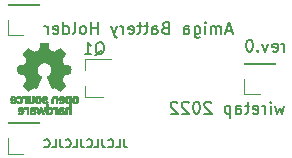
<source format=gbr>
%TF.GenerationSoftware,KiCad,Pcbnew,(5.1.6)-1*%
%TF.CreationDate,2022-09-21T11:03:18-04:00*%
%TF.ProjectId,Amiga-CR1220,416d6967-612d-4435-9231-3232302e6b69,rev?*%
%TF.SameCoordinates,Original*%
%TF.FileFunction,Legend,Bot*%
%TF.FilePolarity,Positive*%
%FSLAX46Y46*%
G04 Gerber Fmt 4.6, Leading zero omitted, Abs format (unit mm)*
G04 Created by KiCad (PCBNEW (5.1.6)-1) date 2022-09-21 11:03:18*
%MOMM*%
%LPD*%
G01*
G04 APERTURE LIST*
%ADD10C,0.150000*%
%ADD11C,0.010000*%
%ADD12C,0.120000*%
G04 APERTURE END LIST*
D10*
X170595238Y-114702380D02*
X170595238Y-114035714D01*
X170595238Y-114226190D02*
X170547619Y-114130952D01*
X170500000Y-114083333D01*
X170404761Y-114035714D01*
X170309523Y-114035714D01*
X169595238Y-114654761D02*
X169690476Y-114702380D01*
X169880952Y-114702380D01*
X169976190Y-114654761D01*
X170023809Y-114559523D01*
X170023809Y-114178571D01*
X169976190Y-114083333D01*
X169880952Y-114035714D01*
X169690476Y-114035714D01*
X169595238Y-114083333D01*
X169547619Y-114178571D01*
X169547619Y-114273809D01*
X170023809Y-114369047D01*
X169214285Y-114035714D02*
X168976190Y-114702380D01*
X168738095Y-114035714D01*
X168357142Y-114607142D02*
X168309523Y-114654761D01*
X168357142Y-114702380D01*
X168404761Y-114654761D01*
X168357142Y-114607142D01*
X168357142Y-114702380D01*
X167690476Y-113702380D02*
X167595238Y-113702380D01*
X167500000Y-113750000D01*
X167452380Y-113797619D01*
X167404761Y-113892857D01*
X167357142Y-114083333D01*
X167357142Y-114321428D01*
X167404761Y-114511904D01*
X167452380Y-114607142D01*
X167500000Y-114654761D01*
X167595238Y-114702380D01*
X167690476Y-114702380D01*
X167785714Y-114654761D01*
X167833333Y-114607142D01*
X167880952Y-114511904D01*
X167928571Y-114321428D01*
X167928571Y-114083333D01*
X167880952Y-113892857D01*
X167833333Y-113797619D01*
X167785714Y-113750000D01*
X167690476Y-113702380D01*
X170583333Y-119285714D02*
X170392857Y-119952380D01*
X170202380Y-119476190D01*
X170011904Y-119952380D01*
X169821428Y-119285714D01*
X169440476Y-119952380D02*
X169440476Y-119285714D01*
X169440476Y-118952380D02*
X169488095Y-119000000D01*
X169440476Y-119047619D01*
X169392857Y-119000000D01*
X169440476Y-118952380D01*
X169440476Y-119047619D01*
X168964285Y-119952380D02*
X168964285Y-119285714D01*
X168964285Y-119476190D02*
X168916666Y-119380952D01*
X168869047Y-119333333D01*
X168773809Y-119285714D01*
X168678571Y-119285714D01*
X167964285Y-119904761D02*
X168059523Y-119952380D01*
X168250000Y-119952380D01*
X168345238Y-119904761D01*
X168392857Y-119809523D01*
X168392857Y-119428571D01*
X168345238Y-119333333D01*
X168250000Y-119285714D01*
X168059523Y-119285714D01*
X167964285Y-119333333D01*
X167916666Y-119428571D01*
X167916666Y-119523809D01*
X168392857Y-119619047D01*
X167630952Y-119285714D02*
X167250000Y-119285714D01*
X167488095Y-118952380D02*
X167488095Y-119809523D01*
X167440476Y-119904761D01*
X167345238Y-119952380D01*
X167250000Y-119952380D01*
X166488095Y-119952380D02*
X166488095Y-119428571D01*
X166535714Y-119333333D01*
X166630952Y-119285714D01*
X166821428Y-119285714D01*
X166916666Y-119333333D01*
X166488095Y-119904761D02*
X166583333Y-119952380D01*
X166821428Y-119952380D01*
X166916666Y-119904761D01*
X166964285Y-119809523D01*
X166964285Y-119714285D01*
X166916666Y-119619047D01*
X166821428Y-119571428D01*
X166583333Y-119571428D01*
X166488095Y-119523809D01*
X166011904Y-119285714D02*
X166011904Y-120285714D01*
X166011904Y-119333333D02*
X165916666Y-119285714D01*
X165726190Y-119285714D01*
X165630952Y-119333333D01*
X165583333Y-119380952D01*
X165535714Y-119476190D01*
X165535714Y-119761904D01*
X165583333Y-119857142D01*
X165630952Y-119904761D01*
X165726190Y-119952380D01*
X165916666Y-119952380D01*
X166011904Y-119904761D01*
X164392857Y-119047619D02*
X164345238Y-119000000D01*
X164250000Y-118952380D01*
X164011904Y-118952380D01*
X163916666Y-119000000D01*
X163869047Y-119047619D01*
X163821428Y-119142857D01*
X163821428Y-119238095D01*
X163869047Y-119380952D01*
X164440476Y-119952380D01*
X163821428Y-119952380D01*
X163202380Y-118952380D02*
X163107142Y-118952380D01*
X163011904Y-119000000D01*
X162964285Y-119047619D01*
X162916666Y-119142857D01*
X162869047Y-119333333D01*
X162869047Y-119571428D01*
X162916666Y-119761904D01*
X162964285Y-119857142D01*
X163011904Y-119904761D01*
X163107142Y-119952380D01*
X163202380Y-119952380D01*
X163297619Y-119904761D01*
X163345238Y-119857142D01*
X163392857Y-119761904D01*
X163440476Y-119571428D01*
X163440476Y-119333333D01*
X163392857Y-119142857D01*
X163345238Y-119047619D01*
X163297619Y-119000000D01*
X163202380Y-118952380D01*
X162488095Y-119047619D02*
X162440476Y-119000000D01*
X162345238Y-118952380D01*
X162107142Y-118952380D01*
X162011904Y-119000000D01*
X161964285Y-119047619D01*
X161916666Y-119142857D01*
X161916666Y-119238095D01*
X161964285Y-119380952D01*
X162535714Y-119952380D01*
X161916666Y-119952380D01*
X161535714Y-119047619D02*
X161488095Y-119000000D01*
X161392857Y-118952380D01*
X161154761Y-118952380D01*
X161059523Y-119000000D01*
X161011904Y-119047619D01*
X160964285Y-119142857D01*
X160964285Y-119238095D01*
X161011904Y-119380952D01*
X161583333Y-119952380D01*
X160964285Y-119952380D01*
X166130952Y-112916666D02*
X165654761Y-112916666D01*
X166226190Y-113202380D02*
X165892857Y-112202380D01*
X165559523Y-113202380D01*
X165226190Y-113202380D02*
X165226190Y-112535714D01*
X165226190Y-112630952D02*
X165178571Y-112583333D01*
X165083333Y-112535714D01*
X164940476Y-112535714D01*
X164845238Y-112583333D01*
X164797619Y-112678571D01*
X164797619Y-113202380D01*
X164797619Y-112678571D02*
X164750000Y-112583333D01*
X164654761Y-112535714D01*
X164511904Y-112535714D01*
X164416666Y-112583333D01*
X164369047Y-112678571D01*
X164369047Y-113202380D01*
X163892857Y-113202380D02*
X163892857Y-112535714D01*
X163892857Y-112202380D02*
X163940476Y-112250000D01*
X163892857Y-112297619D01*
X163845238Y-112250000D01*
X163892857Y-112202380D01*
X163892857Y-112297619D01*
X162988095Y-112535714D02*
X162988095Y-113345238D01*
X163035714Y-113440476D01*
X163083333Y-113488095D01*
X163178571Y-113535714D01*
X163321428Y-113535714D01*
X163416666Y-113488095D01*
X162988095Y-113154761D02*
X163083333Y-113202380D01*
X163273809Y-113202380D01*
X163369047Y-113154761D01*
X163416666Y-113107142D01*
X163464285Y-113011904D01*
X163464285Y-112726190D01*
X163416666Y-112630952D01*
X163369047Y-112583333D01*
X163273809Y-112535714D01*
X163083333Y-112535714D01*
X162988095Y-112583333D01*
X162083333Y-113202380D02*
X162083333Y-112678571D01*
X162130952Y-112583333D01*
X162226190Y-112535714D01*
X162416666Y-112535714D01*
X162511904Y-112583333D01*
X162083333Y-113154761D02*
X162178571Y-113202380D01*
X162416666Y-113202380D01*
X162511904Y-113154761D01*
X162559523Y-113059523D01*
X162559523Y-112964285D01*
X162511904Y-112869047D01*
X162416666Y-112821428D01*
X162178571Y-112821428D01*
X162083333Y-112773809D01*
X160511904Y-112678571D02*
X160369047Y-112726190D01*
X160321428Y-112773809D01*
X160273809Y-112869047D01*
X160273809Y-113011904D01*
X160321428Y-113107142D01*
X160369047Y-113154761D01*
X160464285Y-113202380D01*
X160845238Y-113202380D01*
X160845238Y-112202380D01*
X160511904Y-112202380D01*
X160416666Y-112250000D01*
X160369047Y-112297619D01*
X160321428Y-112392857D01*
X160321428Y-112488095D01*
X160369047Y-112583333D01*
X160416666Y-112630952D01*
X160511904Y-112678571D01*
X160845238Y-112678571D01*
X159416666Y-113202380D02*
X159416666Y-112678571D01*
X159464285Y-112583333D01*
X159559523Y-112535714D01*
X159750000Y-112535714D01*
X159845238Y-112583333D01*
X159416666Y-113154761D02*
X159511904Y-113202380D01*
X159750000Y-113202380D01*
X159845238Y-113154761D01*
X159892857Y-113059523D01*
X159892857Y-112964285D01*
X159845238Y-112869047D01*
X159750000Y-112821428D01*
X159511904Y-112821428D01*
X159416666Y-112773809D01*
X159083333Y-112535714D02*
X158702380Y-112535714D01*
X158940476Y-112202380D02*
X158940476Y-113059523D01*
X158892857Y-113154761D01*
X158797619Y-113202380D01*
X158702380Y-113202380D01*
X158511904Y-112535714D02*
X158130952Y-112535714D01*
X158369047Y-112202380D02*
X158369047Y-113059523D01*
X158321428Y-113154761D01*
X158226190Y-113202380D01*
X158130952Y-113202380D01*
X157416666Y-113154761D02*
X157511904Y-113202380D01*
X157702380Y-113202380D01*
X157797619Y-113154761D01*
X157845238Y-113059523D01*
X157845238Y-112678571D01*
X157797619Y-112583333D01*
X157702380Y-112535714D01*
X157511904Y-112535714D01*
X157416666Y-112583333D01*
X157369047Y-112678571D01*
X157369047Y-112773809D01*
X157845238Y-112869047D01*
X156940476Y-113202380D02*
X156940476Y-112535714D01*
X156940476Y-112726190D02*
X156892857Y-112630952D01*
X156845238Y-112583333D01*
X156750000Y-112535714D01*
X156654761Y-112535714D01*
X156416666Y-112535714D02*
X156178571Y-113202380D01*
X155940476Y-112535714D02*
X156178571Y-113202380D01*
X156273809Y-113440476D01*
X156321428Y-113488095D01*
X156416666Y-113535714D01*
X154797619Y-113202380D02*
X154797619Y-112202380D01*
X154797619Y-112678571D02*
X154226190Y-112678571D01*
X154226190Y-113202380D02*
X154226190Y-112202380D01*
X153607142Y-113202380D02*
X153702380Y-113154761D01*
X153750000Y-113107142D01*
X153797619Y-113011904D01*
X153797619Y-112726190D01*
X153750000Y-112630952D01*
X153702380Y-112583333D01*
X153607142Y-112535714D01*
X153464285Y-112535714D01*
X153369047Y-112583333D01*
X153321428Y-112630952D01*
X153273809Y-112726190D01*
X153273809Y-113011904D01*
X153321428Y-113107142D01*
X153369047Y-113154761D01*
X153464285Y-113202380D01*
X153607142Y-113202380D01*
X152702380Y-113202380D02*
X152797619Y-113154761D01*
X152845238Y-113059523D01*
X152845238Y-112202380D01*
X151892857Y-113202380D02*
X151892857Y-112202380D01*
X151892857Y-113154761D02*
X151988095Y-113202380D01*
X152178571Y-113202380D01*
X152273809Y-113154761D01*
X152321428Y-113107142D01*
X152369047Y-113011904D01*
X152369047Y-112726190D01*
X152321428Y-112630952D01*
X152273809Y-112583333D01*
X152178571Y-112535714D01*
X151988095Y-112535714D01*
X151892857Y-112583333D01*
X151035714Y-113154761D02*
X151130952Y-113202380D01*
X151321428Y-113202380D01*
X151416666Y-113154761D01*
X151464285Y-113059523D01*
X151464285Y-112678571D01*
X151416666Y-112583333D01*
X151321428Y-112535714D01*
X151130952Y-112535714D01*
X151035714Y-112583333D01*
X150988095Y-112678571D01*
X150988095Y-112773809D01*
X151464285Y-112869047D01*
X150559523Y-113202380D02*
X150559523Y-112535714D01*
X150559523Y-112726190D02*
X150511904Y-112630952D01*
X150464285Y-112583333D01*
X150369047Y-112535714D01*
X150273809Y-112535714D01*
X156983333Y-122116666D02*
X156983333Y-122616666D01*
X157016666Y-122716666D01*
X157083333Y-122783333D01*
X157183333Y-122816666D01*
X157250000Y-122816666D01*
X156316666Y-122816666D02*
X156650000Y-122816666D01*
X156650000Y-122116666D01*
X155683333Y-122750000D02*
X155716666Y-122783333D01*
X155816666Y-122816666D01*
X155883333Y-122816666D01*
X155983333Y-122783333D01*
X156050000Y-122716666D01*
X156083333Y-122650000D01*
X156116666Y-122516666D01*
X156116666Y-122416666D01*
X156083333Y-122283333D01*
X156050000Y-122216666D01*
X155983333Y-122150000D01*
X155883333Y-122116666D01*
X155816666Y-122116666D01*
X155716666Y-122150000D01*
X155683333Y-122183333D01*
X155183333Y-122116666D02*
X155183333Y-122616666D01*
X155216666Y-122716666D01*
X155283333Y-122783333D01*
X155383333Y-122816666D01*
X155450000Y-122816666D01*
X154516666Y-122816666D02*
X154850000Y-122816666D01*
X154850000Y-122116666D01*
X153883333Y-122750000D02*
X153916666Y-122783333D01*
X154016666Y-122816666D01*
X154083333Y-122816666D01*
X154183333Y-122783333D01*
X154250000Y-122716666D01*
X154283333Y-122650000D01*
X154316666Y-122516666D01*
X154316666Y-122416666D01*
X154283333Y-122283333D01*
X154250000Y-122216666D01*
X154183333Y-122150000D01*
X154083333Y-122116666D01*
X154016666Y-122116666D01*
X153916666Y-122150000D01*
X153883333Y-122183333D01*
X153383333Y-122116666D02*
X153383333Y-122616666D01*
X153416666Y-122716666D01*
X153483333Y-122783333D01*
X153583333Y-122816666D01*
X153650000Y-122816666D01*
X152716666Y-122816666D02*
X153050000Y-122816666D01*
X153050000Y-122116666D01*
X152083333Y-122750000D02*
X152116666Y-122783333D01*
X152216666Y-122816666D01*
X152283333Y-122816666D01*
X152383333Y-122783333D01*
X152450000Y-122716666D01*
X152483333Y-122650000D01*
X152516666Y-122516666D01*
X152516666Y-122416666D01*
X152483333Y-122283333D01*
X152450000Y-122216666D01*
X152383333Y-122150000D01*
X152283333Y-122116666D01*
X152216666Y-122116666D01*
X152116666Y-122150000D01*
X152083333Y-122183333D01*
X151583333Y-122116666D02*
X151583333Y-122616666D01*
X151616666Y-122716666D01*
X151683333Y-122783333D01*
X151783333Y-122816666D01*
X151850000Y-122816666D01*
X150916666Y-122816666D02*
X151250000Y-122816666D01*
X151250000Y-122116666D01*
X150283333Y-122750000D02*
X150316666Y-122783333D01*
X150416666Y-122816666D01*
X150483333Y-122816666D01*
X150583333Y-122783333D01*
X150650000Y-122716666D01*
X150683333Y-122650000D01*
X150716666Y-122516666D01*
X150716666Y-122416666D01*
X150683333Y-122283333D01*
X150650000Y-122216666D01*
X150583333Y-122150000D01*
X150483333Y-122116666D01*
X150416666Y-122116666D01*
X150316666Y-122150000D01*
X150283333Y-122183333D01*
D11*
%TO.C,REF\u002A\u002A*%
G36*
X152158759Y-118469184D02*
G01*
X152132247Y-118482282D01*
X152099553Y-118505106D01*
X152075725Y-118529996D01*
X152059406Y-118561249D01*
X152049240Y-118603166D01*
X152043872Y-118660044D01*
X152041944Y-118736184D01*
X152041831Y-118768917D01*
X152042161Y-118840656D01*
X152043527Y-118891927D01*
X152046500Y-118927404D01*
X152051649Y-118951763D01*
X152059543Y-118969680D01*
X152067757Y-118981902D01*
X152120187Y-119033905D01*
X152181930Y-119065184D01*
X152248536Y-119074592D01*
X152315558Y-119060980D01*
X152336792Y-119051354D01*
X152387624Y-119024859D01*
X152387624Y-119440052D01*
X152350525Y-119420868D01*
X152301643Y-119406025D01*
X152241561Y-119402222D01*
X152181564Y-119409243D01*
X152136256Y-119425013D01*
X152098675Y-119455047D01*
X152066564Y-119498024D01*
X152064150Y-119502436D01*
X152053967Y-119523221D01*
X152046530Y-119544170D01*
X152041411Y-119569548D01*
X152038181Y-119603618D01*
X152036413Y-119650641D01*
X152035677Y-119714882D01*
X152035544Y-119787176D01*
X152035544Y-120017822D01*
X152173861Y-120017822D01*
X152173861Y-119592533D01*
X152212549Y-119559979D01*
X152252738Y-119533940D01*
X152290797Y-119529205D01*
X152329066Y-119541389D01*
X152349462Y-119553320D01*
X152364642Y-119570313D01*
X152375438Y-119595995D01*
X152382683Y-119633991D01*
X152387208Y-119687926D01*
X152389844Y-119761425D01*
X152390772Y-119810347D01*
X152393911Y-120011535D01*
X152459926Y-120015336D01*
X152525940Y-120019136D01*
X152525940Y-118770650D01*
X152387624Y-118770650D01*
X152384097Y-118840254D01*
X152372215Y-118888569D01*
X152350020Y-118918631D01*
X152315559Y-118933471D01*
X152280742Y-118936436D01*
X152241329Y-118933028D01*
X152215171Y-118919617D01*
X152198814Y-118901896D01*
X152185937Y-118882835D01*
X152178272Y-118861601D01*
X152174861Y-118831849D01*
X152174749Y-118787236D01*
X152175897Y-118749880D01*
X152178532Y-118693604D01*
X152182456Y-118656658D01*
X152189063Y-118633223D01*
X152199749Y-118617480D01*
X152209833Y-118608380D01*
X152251970Y-118588537D01*
X152301840Y-118585332D01*
X152330476Y-118592168D01*
X152358828Y-118616464D01*
X152377609Y-118663728D01*
X152386712Y-118733624D01*
X152387624Y-118770650D01*
X152525940Y-118770650D01*
X152525940Y-118458614D01*
X152456782Y-118458614D01*
X152415260Y-118460256D01*
X152393838Y-118466087D01*
X152387626Y-118477461D01*
X152387624Y-118477798D01*
X152384742Y-118488938D01*
X152372030Y-118487673D01*
X152346757Y-118475433D01*
X152287869Y-118456707D01*
X152221615Y-118454739D01*
X152158759Y-118469184D01*
G37*
X152158759Y-118469184D02*
X152132247Y-118482282D01*
X152099553Y-118505106D01*
X152075725Y-118529996D01*
X152059406Y-118561249D01*
X152049240Y-118603166D01*
X152043872Y-118660044D01*
X152041944Y-118736184D01*
X152041831Y-118768917D01*
X152042161Y-118840656D01*
X152043527Y-118891927D01*
X152046500Y-118927404D01*
X152051649Y-118951763D01*
X152059543Y-118969680D01*
X152067757Y-118981902D01*
X152120187Y-119033905D01*
X152181930Y-119065184D01*
X152248536Y-119074592D01*
X152315558Y-119060980D01*
X152336792Y-119051354D01*
X152387624Y-119024859D01*
X152387624Y-119440052D01*
X152350525Y-119420868D01*
X152301643Y-119406025D01*
X152241561Y-119402222D01*
X152181564Y-119409243D01*
X152136256Y-119425013D01*
X152098675Y-119455047D01*
X152066564Y-119498024D01*
X152064150Y-119502436D01*
X152053967Y-119523221D01*
X152046530Y-119544170D01*
X152041411Y-119569548D01*
X152038181Y-119603618D01*
X152036413Y-119650641D01*
X152035677Y-119714882D01*
X152035544Y-119787176D01*
X152035544Y-120017822D01*
X152173861Y-120017822D01*
X152173861Y-119592533D01*
X152212549Y-119559979D01*
X152252738Y-119533940D01*
X152290797Y-119529205D01*
X152329066Y-119541389D01*
X152349462Y-119553320D01*
X152364642Y-119570313D01*
X152375438Y-119595995D01*
X152382683Y-119633991D01*
X152387208Y-119687926D01*
X152389844Y-119761425D01*
X152390772Y-119810347D01*
X152393911Y-120011535D01*
X152459926Y-120015336D01*
X152525940Y-120019136D01*
X152525940Y-118770650D01*
X152387624Y-118770650D01*
X152384097Y-118840254D01*
X152372215Y-118888569D01*
X152350020Y-118918631D01*
X152315559Y-118933471D01*
X152280742Y-118936436D01*
X152241329Y-118933028D01*
X152215171Y-118919617D01*
X152198814Y-118901896D01*
X152185937Y-118882835D01*
X152178272Y-118861601D01*
X152174861Y-118831849D01*
X152174749Y-118787236D01*
X152175897Y-118749880D01*
X152178532Y-118693604D01*
X152182456Y-118656658D01*
X152189063Y-118633223D01*
X152199749Y-118617480D01*
X152209833Y-118608380D01*
X152251970Y-118588537D01*
X152301840Y-118585332D01*
X152330476Y-118592168D01*
X152358828Y-118616464D01*
X152377609Y-118663728D01*
X152386712Y-118733624D01*
X152387624Y-118770650D01*
X152525940Y-118770650D01*
X152525940Y-118458614D01*
X152456782Y-118458614D01*
X152415260Y-118460256D01*
X152393838Y-118466087D01*
X152387626Y-118477461D01*
X152387624Y-118477798D01*
X152384742Y-118488938D01*
X152372030Y-118487673D01*
X152346757Y-118475433D01*
X152287869Y-118456707D01*
X152221615Y-118454739D01*
X152158759Y-118469184D01*
G36*
X151634210Y-119406555D02*
G01*
X151575055Y-119422339D01*
X151530023Y-119450948D01*
X151498246Y-119488419D01*
X151488366Y-119504411D01*
X151481073Y-119521163D01*
X151475974Y-119542592D01*
X151472679Y-119572616D01*
X151470797Y-119615154D01*
X151469937Y-119674122D01*
X151469707Y-119753440D01*
X151469703Y-119774484D01*
X151469703Y-120017822D01*
X151530059Y-120017822D01*
X151568557Y-120015126D01*
X151597023Y-120008295D01*
X151604155Y-120004083D01*
X151623652Y-119996813D01*
X151643566Y-120004083D01*
X151676353Y-120013160D01*
X151723978Y-120016813D01*
X151776764Y-120015228D01*
X151825036Y-120008589D01*
X151853218Y-120000072D01*
X151907753Y-119965063D01*
X151941835Y-119916479D01*
X151957157Y-119851882D01*
X151957299Y-119850223D01*
X151955955Y-119821566D01*
X151834356Y-119821566D01*
X151823726Y-119854161D01*
X151806410Y-119872505D01*
X151771652Y-119886379D01*
X151725773Y-119891917D01*
X151678988Y-119889191D01*
X151641514Y-119878274D01*
X151631015Y-119871269D01*
X151612668Y-119838904D01*
X151608020Y-119802111D01*
X151608020Y-119753763D01*
X151677582Y-119753763D01*
X151743667Y-119758850D01*
X151793764Y-119773263D01*
X151824929Y-119795729D01*
X151834356Y-119821566D01*
X151955955Y-119821566D01*
X151953987Y-119779647D01*
X151930710Y-119723845D01*
X151886948Y-119681647D01*
X151880899Y-119677808D01*
X151854907Y-119665309D01*
X151822735Y-119657740D01*
X151777760Y-119654061D01*
X151724331Y-119653216D01*
X151608020Y-119653169D01*
X151608020Y-119604411D01*
X151612953Y-119566581D01*
X151625543Y-119541236D01*
X151627017Y-119539887D01*
X151655034Y-119528800D01*
X151697326Y-119524503D01*
X151744064Y-119526615D01*
X151785418Y-119534756D01*
X151809957Y-119546965D01*
X151823253Y-119556746D01*
X151837294Y-119558613D01*
X151856671Y-119550600D01*
X151885976Y-119530739D01*
X151929803Y-119497063D01*
X151933825Y-119493909D01*
X151931764Y-119482236D01*
X151914568Y-119462822D01*
X151888433Y-119441248D01*
X151859552Y-119423096D01*
X151850478Y-119418809D01*
X151817380Y-119410256D01*
X151768880Y-119404155D01*
X151714695Y-119401708D01*
X151712161Y-119401703D01*
X151634210Y-119406555D01*
G37*
X151634210Y-119406555D02*
X151575055Y-119422339D01*
X151530023Y-119450948D01*
X151498246Y-119488419D01*
X151488366Y-119504411D01*
X151481073Y-119521163D01*
X151475974Y-119542592D01*
X151472679Y-119572616D01*
X151470797Y-119615154D01*
X151469937Y-119674122D01*
X151469707Y-119753440D01*
X151469703Y-119774484D01*
X151469703Y-120017822D01*
X151530059Y-120017822D01*
X151568557Y-120015126D01*
X151597023Y-120008295D01*
X151604155Y-120004083D01*
X151623652Y-119996813D01*
X151643566Y-120004083D01*
X151676353Y-120013160D01*
X151723978Y-120016813D01*
X151776764Y-120015228D01*
X151825036Y-120008589D01*
X151853218Y-120000072D01*
X151907753Y-119965063D01*
X151941835Y-119916479D01*
X151957157Y-119851882D01*
X151957299Y-119850223D01*
X151955955Y-119821566D01*
X151834356Y-119821566D01*
X151823726Y-119854161D01*
X151806410Y-119872505D01*
X151771652Y-119886379D01*
X151725773Y-119891917D01*
X151678988Y-119889191D01*
X151641514Y-119878274D01*
X151631015Y-119871269D01*
X151612668Y-119838904D01*
X151608020Y-119802111D01*
X151608020Y-119753763D01*
X151677582Y-119753763D01*
X151743667Y-119758850D01*
X151793764Y-119773263D01*
X151824929Y-119795729D01*
X151834356Y-119821566D01*
X151955955Y-119821566D01*
X151953987Y-119779647D01*
X151930710Y-119723845D01*
X151886948Y-119681647D01*
X151880899Y-119677808D01*
X151854907Y-119665309D01*
X151822735Y-119657740D01*
X151777760Y-119654061D01*
X151724331Y-119653216D01*
X151608020Y-119653169D01*
X151608020Y-119604411D01*
X151612953Y-119566581D01*
X151625543Y-119541236D01*
X151627017Y-119539887D01*
X151655034Y-119528800D01*
X151697326Y-119524503D01*
X151744064Y-119526615D01*
X151785418Y-119534756D01*
X151809957Y-119546965D01*
X151823253Y-119556746D01*
X151837294Y-119558613D01*
X151856671Y-119550600D01*
X151885976Y-119530739D01*
X151929803Y-119497063D01*
X151933825Y-119493909D01*
X151931764Y-119482236D01*
X151914568Y-119462822D01*
X151888433Y-119441248D01*
X151859552Y-119423096D01*
X151850478Y-119418809D01*
X151817380Y-119410256D01*
X151768880Y-119404155D01*
X151714695Y-119401708D01*
X151712161Y-119401703D01*
X151634210Y-119406555D01*
G36*
X151243356Y-119403020D02*
G01*
X151224539Y-119408660D01*
X151218473Y-119421053D01*
X151218218Y-119426647D01*
X151217129Y-119442230D01*
X151209632Y-119444676D01*
X151189381Y-119433993D01*
X151177351Y-119426694D01*
X151139400Y-119411063D01*
X151094072Y-119403334D01*
X151046544Y-119402740D01*
X151001995Y-119408513D01*
X150965602Y-119419884D01*
X150942543Y-119436088D01*
X150937996Y-119456355D01*
X150940291Y-119461843D01*
X150957020Y-119484626D01*
X150982963Y-119512647D01*
X150987655Y-119517177D01*
X151012383Y-119538005D01*
X151033718Y-119544735D01*
X151063555Y-119540038D01*
X151075508Y-119536917D01*
X151112705Y-119529421D01*
X151138859Y-119532792D01*
X151160946Y-119544681D01*
X151181178Y-119560635D01*
X151196079Y-119580700D01*
X151206434Y-119608702D01*
X151213029Y-119648467D01*
X151216649Y-119703823D01*
X151218078Y-119778594D01*
X151218218Y-119823740D01*
X151218218Y-120017822D01*
X151343960Y-120017822D01*
X151343960Y-119401683D01*
X151281089Y-119401683D01*
X151243356Y-119403020D01*
G37*
X151243356Y-119403020D02*
X151224539Y-119408660D01*
X151218473Y-119421053D01*
X151218218Y-119426647D01*
X151217129Y-119442230D01*
X151209632Y-119444676D01*
X151189381Y-119433993D01*
X151177351Y-119426694D01*
X151139400Y-119411063D01*
X151094072Y-119403334D01*
X151046544Y-119402740D01*
X151001995Y-119408513D01*
X150965602Y-119419884D01*
X150942543Y-119436088D01*
X150937996Y-119456355D01*
X150940291Y-119461843D01*
X150957020Y-119484626D01*
X150982963Y-119512647D01*
X150987655Y-119517177D01*
X151012383Y-119538005D01*
X151033718Y-119544735D01*
X151063555Y-119540038D01*
X151075508Y-119536917D01*
X151112705Y-119529421D01*
X151138859Y-119532792D01*
X151160946Y-119544681D01*
X151181178Y-119560635D01*
X151196079Y-119580700D01*
X151206434Y-119608702D01*
X151213029Y-119648467D01*
X151216649Y-119703823D01*
X151218078Y-119778594D01*
X151218218Y-119823740D01*
X151218218Y-120017822D01*
X151343960Y-120017822D01*
X151343960Y-119401683D01*
X151281089Y-119401683D01*
X151243356Y-119403020D01*
G36*
X150451188Y-120017822D02*
G01*
X150520346Y-120017822D01*
X150560488Y-120016645D01*
X150581394Y-120011772D01*
X150588922Y-120001186D01*
X150589505Y-119994029D01*
X150590774Y-119979676D01*
X150598779Y-119976923D01*
X150619815Y-119985771D01*
X150636173Y-119994029D01*
X150698977Y-120013597D01*
X150767248Y-120014729D01*
X150822752Y-120000135D01*
X150874438Y-119964877D01*
X150913838Y-119912835D01*
X150935413Y-119851450D01*
X150935962Y-119848018D01*
X150939167Y-119810571D01*
X150940761Y-119756813D01*
X150940633Y-119716155D01*
X150803279Y-119716155D01*
X150800097Y-119770194D01*
X150792859Y-119814735D01*
X150783060Y-119839888D01*
X150745989Y-119874260D01*
X150701974Y-119886582D01*
X150656584Y-119876618D01*
X150617797Y-119846895D01*
X150603108Y-119826905D01*
X150594519Y-119803050D01*
X150590496Y-119768230D01*
X150589505Y-119715930D01*
X150591278Y-119664139D01*
X150595963Y-119618634D01*
X150602603Y-119588181D01*
X150603710Y-119585452D01*
X150630491Y-119553000D01*
X150669579Y-119535183D01*
X150713315Y-119532306D01*
X150754038Y-119544674D01*
X150784087Y-119572593D01*
X150787204Y-119578148D01*
X150796961Y-119612022D01*
X150802277Y-119660728D01*
X150803279Y-119716155D01*
X150940633Y-119716155D01*
X150940568Y-119695540D01*
X150939664Y-119662563D01*
X150933514Y-119580981D01*
X150920733Y-119519730D01*
X150899471Y-119474449D01*
X150867878Y-119440779D01*
X150837207Y-119421014D01*
X150794354Y-119407120D01*
X150741056Y-119402354D01*
X150686480Y-119406236D01*
X150639792Y-119418282D01*
X150615124Y-119432693D01*
X150589505Y-119455878D01*
X150589505Y-119162773D01*
X150451188Y-119162773D01*
X150451188Y-120017822D01*
G37*
X150451188Y-120017822D02*
X150520346Y-120017822D01*
X150560488Y-120016645D01*
X150581394Y-120011772D01*
X150588922Y-120001186D01*
X150589505Y-119994029D01*
X150590774Y-119979676D01*
X150598779Y-119976923D01*
X150619815Y-119985771D01*
X150636173Y-119994029D01*
X150698977Y-120013597D01*
X150767248Y-120014729D01*
X150822752Y-120000135D01*
X150874438Y-119964877D01*
X150913838Y-119912835D01*
X150935413Y-119851450D01*
X150935962Y-119848018D01*
X150939167Y-119810571D01*
X150940761Y-119756813D01*
X150940633Y-119716155D01*
X150803279Y-119716155D01*
X150800097Y-119770194D01*
X150792859Y-119814735D01*
X150783060Y-119839888D01*
X150745989Y-119874260D01*
X150701974Y-119886582D01*
X150656584Y-119876618D01*
X150617797Y-119846895D01*
X150603108Y-119826905D01*
X150594519Y-119803050D01*
X150590496Y-119768230D01*
X150589505Y-119715930D01*
X150591278Y-119664139D01*
X150595963Y-119618634D01*
X150602603Y-119588181D01*
X150603710Y-119585452D01*
X150630491Y-119553000D01*
X150669579Y-119535183D01*
X150713315Y-119532306D01*
X150754038Y-119544674D01*
X150784087Y-119572593D01*
X150787204Y-119578148D01*
X150796961Y-119612022D01*
X150802277Y-119660728D01*
X150803279Y-119716155D01*
X150940633Y-119716155D01*
X150940568Y-119695540D01*
X150939664Y-119662563D01*
X150933514Y-119580981D01*
X150920733Y-119519730D01*
X150899471Y-119474449D01*
X150867878Y-119440779D01*
X150837207Y-119421014D01*
X150794354Y-119407120D01*
X150741056Y-119402354D01*
X150686480Y-119406236D01*
X150639792Y-119418282D01*
X150615124Y-119432693D01*
X150589505Y-119455878D01*
X150589505Y-119162773D01*
X150451188Y-119162773D01*
X150451188Y-120017822D01*
G36*
X149968476Y-119404237D02*
G01*
X149918745Y-119407971D01*
X149788709Y-119797773D01*
X149768322Y-119728614D01*
X149756054Y-119685874D01*
X149739915Y-119628115D01*
X149722488Y-119564625D01*
X149713274Y-119530570D01*
X149678612Y-119401683D01*
X149535609Y-119401683D01*
X149578354Y-119536857D01*
X149599404Y-119603342D01*
X149624833Y-119683539D01*
X149651390Y-119767193D01*
X149675098Y-119841782D01*
X149729098Y-120011535D01*
X149787402Y-120015328D01*
X149845705Y-120019122D01*
X149877321Y-119914734D01*
X149896818Y-119849889D01*
X149918096Y-119778400D01*
X149936692Y-119715263D01*
X149937426Y-119712750D01*
X149951316Y-119669969D01*
X149963571Y-119640779D01*
X149972154Y-119629741D01*
X149973918Y-119631018D01*
X149980109Y-119648130D01*
X149991872Y-119684787D01*
X150007775Y-119736378D01*
X150026386Y-119798294D01*
X150036457Y-119832352D01*
X150090993Y-120017822D01*
X150206736Y-120017822D01*
X150299263Y-119725471D01*
X150325256Y-119643462D01*
X150348934Y-119568987D01*
X150369180Y-119505544D01*
X150384874Y-119456632D01*
X150394898Y-119425749D01*
X150397945Y-119416726D01*
X150395533Y-119407487D01*
X150376592Y-119403441D01*
X150337177Y-119403846D01*
X150331007Y-119404152D01*
X150257914Y-119407971D01*
X150210043Y-119584010D01*
X150192447Y-119648211D01*
X150176723Y-119704649D01*
X150164254Y-119748422D01*
X150156426Y-119774630D01*
X150154980Y-119778903D01*
X150148986Y-119773990D01*
X150136899Y-119748532D01*
X150120107Y-119705997D01*
X150099997Y-119649850D01*
X150082997Y-119599130D01*
X150018206Y-119400504D01*
X149968476Y-119404237D01*
G37*
X149968476Y-119404237D02*
X149918745Y-119407971D01*
X149788709Y-119797773D01*
X149768322Y-119728614D01*
X149756054Y-119685874D01*
X149739915Y-119628115D01*
X149722488Y-119564625D01*
X149713274Y-119530570D01*
X149678612Y-119401683D01*
X149535609Y-119401683D01*
X149578354Y-119536857D01*
X149599404Y-119603342D01*
X149624833Y-119683539D01*
X149651390Y-119767193D01*
X149675098Y-119841782D01*
X149729098Y-120011535D01*
X149787402Y-120015328D01*
X149845705Y-120019122D01*
X149877321Y-119914734D01*
X149896818Y-119849889D01*
X149918096Y-119778400D01*
X149936692Y-119715263D01*
X149937426Y-119712750D01*
X149951316Y-119669969D01*
X149963571Y-119640779D01*
X149972154Y-119629741D01*
X149973918Y-119631018D01*
X149980109Y-119648130D01*
X149991872Y-119684787D01*
X150007775Y-119736378D01*
X150026386Y-119798294D01*
X150036457Y-119832352D01*
X150090993Y-120017822D01*
X150206736Y-120017822D01*
X150299263Y-119725471D01*
X150325256Y-119643462D01*
X150348934Y-119568987D01*
X150369180Y-119505544D01*
X150384874Y-119456632D01*
X150394898Y-119425749D01*
X150397945Y-119416726D01*
X150395533Y-119407487D01*
X150376592Y-119403441D01*
X150337177Y-119403846D01*
X150331007Y-119404152D01*
X150257914Y-119407971D01*
X150210043Y-119584010D01*
X150192447Y-119648211D01*
X150176723Y-119704649D01*
X150164254Y-119748422D01*
X150156426Y-119774630D01*
X150154980Y-119778903D01*
X150148986Y-119773990D01*
X150136899Y-119748532D01*
X150120107Y-119705997D01*
X150099997Y-119649850D01*
X150082997Y-119599130D01*
X150018206Y-119400504D01*
X149968476Y-119404237D01*
G36*
X149211589Y-119405417D02*
G01*
X149158589Y-119418290D01*
X149143269Y-119425110D01*
X149113572Y-119442974D01*
X149090780Y-119463093D01*
X149073917Y-119488962D01*
X149062002Y-119524073D01*
X149054058Y-119571920D01*
X149049106Y-119635996D01*
X149046169Y-119719794D01*
X149045053Y-119775768D01*
X149040948Y-120017822D01*
X149111068Y-120017822D01*
X149153607Y-120016038D01*
X149175524Y-120009942D01*
X149181188Y-119999706D01*
X149184179Y-119988637D01*
X149197549Y-119990754D01*
X149215767Y-119999629D01*
X149261376Y-120013233D01*
X149319993Y-120016899D01*
X149381646Y-120010903D01*
X149436362Y-119995521D01*
X149441270Y-119993386D01*
X149491277Y-119958255D01*
X149524244Y-119909419D01*
X149539413Y-119852333D01*
X149538254Y-119831824D01*
X149414492Y-119831824D01*
X149403587Y-119859425D01*
X149371255Y-119879204D01*
X149319090Y-119889819D01*
X149291213Y-119891228D01*
X149244753Y-119887620D01*
X149213871Y-119873597D01*
X149206336Y-119866931D01*
X149185924Y-119830666D01*
X149181188Y-119797773D01*
X149181188Y-119753763D01*
X149242487Y-119753763D01*
X149313744Y-119757395D01*
X149363724Y-119768818D01*
X149395304Y-119788824D01*
X149402374Y-119797743D01*
X149414492Y-119831824D01*
X149538254Y-119831824D01*
X149536029Y-119792456D01*
X149513337Y-119735244D01*
X149482376Y-119696580D01*
X149463624Y-119679864D01*
X149445267Y-119668878D01*
X149421381Y-119662180D01*
X149386043Y-119658326D01*
X149333331Y-119655873D01*
X149312423Y-119655168D01*
X149181188Y-119650879D01*
X149181380Y-119611158D01*
X149186463Y-119569405D01*
X149204838Y-119544158D01*
X149241961Y-119528030D01*
X149242957Y-119527742D01*
X149295590Y-119521400D01*
X149347094Y-119529684D01*
X149385370Y-119549827D01*
X149400728Y-119559773D01*
X149417270Y-119558397D01*
X149442725Y-119543987D01*
X149457672Y-119533817D01*
X149486909Y-119512088D01*
X149505020Y-119495800D01*
X149507926Y-119491137D01*
X149495960Y-119467005D01*
X149460604Y-119438185D01*
X149445247Y-119428461D01*
X149401099Y-119411714D01*
X149341602Y-119402227D01*
X149275513Y-119400095D01*
X149211589Y-119405417D01*
G37*
X149211589Y-119405417D02*
X149158589Y-119418290D01*
X149143269Y-119425110D01*
X149113572Y-119442974D01*
X149090780Y-119463093D01*
X149073917Y-119488962D01*
X149062002Y-119524073D01*
X149054058Y-119571920D01*
X149049106Y-119635996D01*
X149046169Y-119719794D01*
X149045053Y-119775768D01*
X149040948Y-120017822D01*
X149111068Y-120017822D01*
X149153607Y-120016038D01*
X149175524Y-120009942D01*
X149181188Y-119999706D01*
X149184179Y-119988637D01*
X149197549Y-119990754D01*
X149215767Y-119999629D01*
X149261376Y-120013233D01*
X149319993Y-120016899D01*
X149381646Y-120010903D01*
X149436362Y-119995521D01*
X149441270Y-119993386D01*
X149491277Y-119958255D01*
X149524244Y-119909419D01*
X149539413Y-119852333D01*
X149538254Y-119831824D01*
X149414492Y-119831824D01*
X149403587Y-119859425D01*
X149371255Y-119879204D01*
X149319090Y-119889819D01*
X149291213Y-119891228D01*
X149244753Y-119887620D01*
X149213871Y-119873597D01*
X149206336Y-119866931D01*
X149185924Y-119830666D01*
X149181188Y-119797773D01*
X149181188Y-119753763D01*
X149242487Y-119753763D01*
X149313744Y-119757395D01*
X149363724Y-119768818D01*
X149395304Y-119788824D01*
X149402374Y-119797743D01*
X149414492Y-119831824D01*
X149538254Y-119831824D01*
X149536029Y-119792456D01*
X149513337Y-119735244D01*
X149482376Y-119696580D01*
X149463624Y-119679864D01*
X149445267Y-119668878D01*
X149421381Y-119662180D01*
X149386043Y-119658326D01*
X149333331Y-119655873D01*
X149312423Y-119655168D01*
X149181188Y-119650879D01*
X149181380Y-119611158D01*
X149186463Y-119569405D01*
X149204838Y-119544158D01*
X149241961Y-119528030D01*
X149242957Y-119527742D01*
X149295590Y-119521400D01*
X149347094Y-119529684D01*
X149385370Y-119549827D01*
X149400728Y-119559773D01*
X149417270Y-119558397D01*
X149442725Y-119543987D01*
X149457672Y-119533817D01*
X149486909Y-119512088D01*
X149505020Y-119495800D01*
X149507926Y-119491137D01*
X149495960Y-119467005D01*
X149460604Y-119438185D01*
X149445247Y-119428461D01*
X149401099Y-119411714D01*
X149341602Y-119402227D01*
X149275513Y-119400095D01*
X149211589Y-119405417D01*
G36*
X148614745Y-119401486D02*
G01*
X148566405Y-119411015D01*
X148538886Y-119425125D01*
X148509936Y-119448568D01*
X148551124Y-119500571D01*
X148576518Y-119532064D01*
X148593762Y-119547428D01*
X148610898Y-119549776D01*
X148635973Y-119542217D01*
X148647743Y-119537941D01*
X148695730Y-119531631D01*
X148739676Y-119545156D01*
X148771940Y-119575710D01*
X148777181Y-119585452D01*
X148782888Y-119611258D01*
X148787294Y-119658817D01*
X148790189Y-119724758D01*
X148791369Y-119805710D01*
X148791386Y-119817226D01*
X148791386Y-120017822D01*
X148929703Y-120017822D01*
X148929703Y-119401683D01*
X148860544Y-119401683D01*
X148820667Y-119402725D01*
X148799893Y-119407358D01*
X148792211Y-119417849D01*
X148791386Y-119427745D01*
X148791386Y-119453806D01*
X148758255Y-119427745D01*
X148720265Y-119409965D01*
X148669230Y-119401174D01*
X148614745Y-119401486D01*
G37*
X148614745Y-119401486D02*
X148566405Y-119411015D01*
X148538886Y-119425125D01*
X148509936Y-119448568D01*
X148551124Y-119500571D01*
X148576518Y-119532064D01*
X148593762Y-119547428D01*
X148610898Y-119549776D01*
X148635973Y-119542217D01*
X148647743Y-119537941D01*
X148695730Y-119531631D01*
X148739676Y-119545156D01*
X148771940Y-119575710D01*
X148777181Y-119585452D01*
X148782888Y-119611258D01*
X148787294Y-119658817D01*
X148790189Y-119724758D01*
X148791369Y-119805710D01*
X148791386Y-119817226D01*
X148791386Y-120017822D01*
X148929703Y-120017822D01*
X148929703Y-119401683D01*
X148860544Y-119401683D01*
X148820667Y-119402725D01*
X148799893Y-119407358D01*
X148792211Y-119417849D01*
X148791386Y-119427745D01*
X148791386Y-119453806D01*
X148758255Y-119427745D01*
X148720265Y-119409965D01*
X148669230Y-119401174D01*
X148614745Y-119401486D01*
G36*
X148217419Y-119404970D02*
G01*
X148157315Y-119420597D01*
X148106979Y-119452848D01*
X148082607Y-119476940D01*
X148042655Y-119533895D01*
X148019758Y-119599965D01*
X148011892Y-119681182D01*
X148011852Y-119687748D01*
X148011782Y-119753763D01*
X148391736Y-119753763D01*
X148383637Y-119788342D01*
X148369013Y-119819659D01*
X148343419Y-119852291D01*
X148338065Y-119857500D01*
X148292057Y-119885694D01*
X148239590Y-119890475D01*
X148179197Y-119871926D01*
X148168960Y-119866931D01*
X148137561Y-119851745D01*
X148116530Y-119843094D01*
X148112861Y-119842293D01*
X148100052Y-119850063D01*
X148075622Y-119869072D01*
X148063221Y-119879460D01*
X148037524Y-119903321D01*
X148029085Y-119919077D01*
X148034942Y-119933571D01*
X148038072Y-119937534D01*
X148059275Y-119954879D01*
X148094262Y-119975959D01*
X148118663Y-119988265D01*
X148187928Y-120009946D01*
X148264612Y-120016971D01*
X148337235Y-120008647D01*
X148357574Y-120002686D01*
X148420524Y-119968952D01*
X148467185Y-119917045D01*
X148497827Y-119846459D01*
X148512718Y-119756692D01*
X148514353Y-119709753D01*
X148509579Y-119641413D01*
X148389010Y-119641413D01*
X148377348Y-119646465D01*
X148346002Y-119650429D01*
X148300429Y-119652768D01*
X148269554Y-119653169D01*
X148214019Y-119652783D01*
X148178967Y-119650975D01*
X148159738Y-119646773D01*
X148151670Y-119639203D01*
X148150099Y-119628218D01*
X148160879Y-119594381D01*
X148188020Y-119560940D01*
X148223723Y-119535272D01*
X148259440Y-119524772D01*
X148307952Y-119534086D01*
X148349947Y-119561013D01*
X148379064Y-119599827D01*
X148389010Y-119641413D01*
X148509579Y-119641413D01*
X148507401Y-119610236D01*
X148485945Y-119530949D01*
X148449530Y-119471263D01*
X148397703Y-119430549D01*
X148330010Y-119408179D01*
X148293338Y-119403871D01*
X148217419Y-119404970D01*
G37*
X148217419Y-119404970D02*
X148157315Y-119420597D01*
X148106979Y-119452848D01*
X148082607Y-119476940D01*
X148042655Y-119533895D01*
X148019758Y-119599965D01*
X148011892Y-119681182D01*
X148011852Y-119687748D01*
X148011782Y-119753763D01*
X148391736Y-119753763D01*
X148383637Y-119788342D01*
X148369013Y-119819659D01*
X148343419Y-119852291D01*
X148338065Y-119857500D01*
X148292057Y-119885694D01*
X148239590Y-119890475D01*
X148179197Y-119871926D01*
X148168960Y-119866931D01*
X148137561Y-119851745D01*
X148116530Y-119843094D01*
X148112861Y-119842293D01*
X148100052Y-119850063D01*
X148075622Y-119869072D01*
X148063221Y-119879460D01*
X148037524Y-119903321D01*
X148029085Y-119919077D01*
X148034942Y-119933571D01*
X148038072Y-119937534D01*
X148059275Y-119954879D01*
X148094262Y-119975959D01*
X148118663Y-119988265D01*
X148187928Y-120009946D01*
X148264612Y-120016971D01*
X148337235Y-120008647D01*
X148357574Y-120002686D01*
X148420524Y-119968952D01*
X148467185Y-119917045D01*
X148497827Y-119846459D01*
X148512718Y-119756692D01*
X148514353Y-119709753D01*
X148509579Y-119641413D01*
X148389010Y-119641413D01*
X148377348Y-119646465D01*
X148346002Y-119650429D01*
X148300429Y-119652768D01*
X148269554Y-119653169D01*
X148214019Y-119652783D01*
X148178967Y-119650975D01*
X148159738Y-119646773D01*
X148151670Y-119639203D01*
X148150099Y-119628218D01*
X148160879Y-119594381D01*
X148188020Y-119560940D01*
X148223723Y-119535272D01*
X148259440Y-119524772D01*
X148307952Y-119534086D01*
X148349947Y-119561013D01*
X148379064Y-119599827D01*
X148389010Y-119641413D01*
X148509579Y-119641413D01*
X148507401Y-119610236D01*
X148485945Y-119530949D01*
X148449530Y-119471263D01*
X148397703Y-119430549D01*
X148330010Y-119408179D01*
X148293338Y-119403871D01*
X148217419Y-119404970D01*
G36*
X152788261Y-118465148D02*
G01*
X152722479Y-118494231D01*
X152672540Y-118542793D01*
X152638374Y-118610908D01*
X152619907Y-118698651D01*
X152618583Y-118712351D01*
X152617546Y-118808939D01*
X152630993Y-118893602D01*
X152658108Y-118962221D01*
X152672627Y-118984294D01*
X152723201Y-119031011D01*
X152787609Y-119061268D01*
X152859666Y-119073824D01*
X152933185Y-119067439D01*
X152989072Y-119047772D01*
X153037132Y-119014629D01*
X153076412Y-118971175D01*
X153077092Y-118970158D01*
X153093044Y-118943338D01*
X153103410Y-118916368D01*
X153109688Y-118882332D01*
X153113373Y-118834310D01*
X153114997Y-118794931D01*
X153115672Y-118759219D01*
X152989955Y-118759219D01*
X152988726Y-118794770D01*
X152984266Y-118842094D01*
X152976397Y-118872465D01*
X152962207Y-118894072D01*
X152948917Y-118906694D01*
X152901802Y-118933122D01*
X152852505Y-118936653D01*
X152806593Y-118917639D01*
X152783638Y-118896331D01*
X152767096Y-118874859D01*
X152757421Y-118854313D01*
X152753174Y-118827574D01*
X152752920Y-118787523D01*
X152754228Y-118750638D01*
X152757043Y-118697947D01*
X152761505Y-118663772D01*
X152769548Y-118641480D01*
X152783103Y-118624442D01*
X152793845Y-118614703D01*
X152838777Y-118589123D01*
X152887249Y-118587847D01*
X152927894Y-118602999D01*
X152962567Y-118634642D01*
X152983224Y-118686620D01*
X152989955Y-118759219D01*
X153115672Y-118759219D01*
X153116479Y-118716621D01*
X153113948Y-118658056D01*
X153106362Y-118614007D01*
X153092681Y-118579248D01*
X153071865Y-118548551D01*
X153064147Y-118539436D01*
X153015889Y-118494021D01*
X152964128Y-118467493D01*
X152900828Y-118456379D01*
X152869961Y-118455471D01*
X152788261Y-118465148D01*
G37*
X152788261Y-118465148D02*
X152722479Y-118494231D01*
X152672540Y-118542793D01*
X152638374Y-118610908D01*
X152619907Y-118698651D01*
X152618583Y-118712351D01*
X152617546Y-118808939D01*
X152630993Y-118893602D01*
X152658108Y-118962221D01*
X152672627Y-118984294D01*
X152723201Y-119031011D01*
X152787609Y-119061268D01*
X152859666Y-119073824D01*
X152933185Y-119067439D01*
X152989072Y-119047772D01*
X153037132Y-119014629D01*
X153076412Y-118971175D01*
X153077092Y-118970158D01*
X153093044Y-118943338D01*
X153103410Y-118916368D01*
X153109688Y-118882332D01*
X153113373Y-118834310D01*
X153114997Y-118794931D01*
X153115672Y-118759219D01*
X152989955Y-118759219D01*
X152988726Y-118794770D01*
X152984266Y-118842094D01*
X152976397Y-118872465D01*
X152962207Y-118894072D01*
X152948917Y-118906694D01*
X152901802Y-118933122D01*
X152852505Y-118936653D01*
X152806593Y-118917639D01*
X152783638Y-118896331D01*
X152767096Y-118874859D01*
X152757421Y-118854313D01*
X152753174Y-118827574D01*
X152752920Y-118787523D01*
X152754228Y-118750638D01*
X152757043Y-118697947D01*
X152761505Y-118663772D01*
X152769548Y-118641480D01*
X152783103Y-118624442D01*
X152793845Y-118614703D01*
X152838777Y-118589123D01*
X152887249Y-118587847D01*
X152927894Y-118602999D01*
X152962567Y-118634642D01*
X152983224Y-118686620D01*
X152989955Y-118759219D01*
X153115672Y-118759219D01*
X153116479Y-118716621D01*
X153113948Y-118658056D01*
X153106362Y-118614007D01*
X153092681Y-118579248D01*
X153071865Y-118548551D01*
X153064147Y-118539436D01*
X153015889Y-118494021D01*
X152964128Y-118467493D01*
X152900828Y-118456379D01*
X152869961Y-118455471D01*
X152788261Y-118465148D01*
G36*
X151606699Y-118472614D02*
G01*
X151594168Y-118478514D01*
X151550799Y-118510283D01*
X151509790Y-118556646D01*
X151479168Y-118607696D01*
X151470459Y-118631166D01*
X151462512Y-118673091D01*
X151457774Y-118723757D01*
X151457199Y-118744679D01*
X151457129Y-118810693D01*
X151837083Y-118810693D01*
X151828983Y-118845273D01*
X151809104Y-118886170D01*
X151774347Y-118921514D01*
X151732998Y-118944282D01*
X151706649Y-118949010D01*
X151670916Y-118943273D01*
X151628282Y-118928882D01*
X151613799Y-118922262D01*
X151560240Y-118895513D01*
X151514533Y-118930376D01*
X151488158Y-118953955D01*
X151474124Y-118973417D01*
X151473414Y-118979129D01*
X151485951Y-118992973D01*
X151513428Y-119014012D01*
X151538366Y-119030425D01*
X151605664Y-119059930D01*
X151681110Y-119073284D01*
X151755888Y-119069812D01*
X151815495Y-119051663D01*
X151876941Y-119012784D01*
X151920608Y-118961595D01*
X151947926Y-118895367D01*
X151960322Y-118811371D01*
X151961421Y-118772936D01*
X151957022Y-118684861D01*
X151956482Y-118682299D01*
X151830582Y-118682299D01*
X151827115Y-118690558D01*
X151812863Y-118695113D01*
X151783470Y-118697065D01*
X151734575Y-118697517D01*
X151715748Y-118697525D01*
X151658467Y-118696843D01*
X151622141Y-118694364D01*
X151602604Y-118689443D01*
X151595690Y-118681434D01*
X151595445Y-118678862D01*
X151603336Y-118658423D01*
X151623085Y-118629789D01*
X151631575Y-118619763D01*
X151663094Y-118591408D01*
X151695949Y-118580259D01*
X151713651Y-118579327D01*
X151761539Y-118590981D01*
X151801699Y-118622285D01*
X151827173Y-118667752D01*
X151827625Y-118669233D01*
X151830582Y-118682299D01*
X151956482Y-118682299D01*
X151942392Y-118615510D01*
X151916038Y-118560025D01*
X151883807Y-118520639D01*
X151824217Y-118477931D01*
X151754168Y-118455109D01*
X151679661Y-118453046D01*
X151606699Y-118472614D01*
G37*
X151606699Y-118472614D02*
X151594168Y-118478514D01*
X151550799Y-118510283D01*
X151509790Y-118556646D01*
X151479168Y-118607696D01*
X151470459Y-118631166D01*
X151462512Y-118673091D01*
X151457774Y-118723757D01*
X151457199Y-118744679D01*
X151457129Y-118810693D01*
X151837083Y-118810693D01*
X151828983Y-118845273D01*
X151809104Y-118886170D01*
X151774347Y-118921514D01*
X151732998Y-118944282D01*
X151706649Y-118949010D01*
X151670916Y-118943273D01*
X151628282Y-118928882D01*
X151613799Y-118922262D01*
X151560240Y-118895513D01*
X151514533Y-118930376D01*
X151488158Y-118953955D01*
X151474124Y-118973417D01*
X151473414Y-118979129D01*
X151485951Y-118992973D01*
X151513428Y-119014012D01*
X151538366Y-119030425D01*
X151605664Y-119059930D01*
X151681110Y-119073284D01*
X151755888Y-119069812D01*
X151815495Y-119051663D01*
X151876941Y-119012784D01*
X151920608Y-118961595D01*
X151947926Y-118895367D01*
X151960322Y-118811371D01*
X151961421Y-118772936D01*
X151957022Y-118684861D01*
X151956482Y-118682299D01*
X151830582Y-118682299D01*
X151827115Y-118690558D01*
X151812863Y-118695113D01*
X151783470Y-118697065D01*
X151734575Y-118697517D01*
X151715748Y-118697525D01*
X151658467Y-118696843D01*
X151622141Y-118694364D01*
X151602604Y-118689443D01*
X151595690Y-118681434D01*
X151595445Y-118678862D01*
X151603336Y-118658423D01*
X151623085Y-118629789D01*
X151631575Y-118619763D01*
X151663094Y-118591408D01*
X151695949Y-118580259D01*
X151713651Y-118579327D01*
X151761539Y-118590981D01*
X151801699Y-118622285D01*
X151827173Y-118667752D01*
X151827625Y-118669233D01*
X151830582Y-118682299D01*
X151956482Y-118682299D01*
X151942392Y-118615510D01*
X151916038Y-118560025D01*
X151883807Y-118520639D01*
X151824217Y-118477931D01*
X151754168Y-118455109D01*
X151679661Y-118453046D01*
X151606699Y-118472614D01*
G36*
X150235983Y-118456452D02*
G01*
X150188366Y-118465482D01*
X150138966Y-118484370D01*
X150133688Y-118486777D01*
X150096226Y-118506476D01*
X150070283Y-118524781D01*
X150061897Y-118536508D01*
X150069883Y-118555632D01*
X150089280Y-118583850D01*
X150097890Y-118594384D01*
X150133372Y-118635847D01*
X150179115Y-118608858D01*
X150222650Y-118590878D01*
X150272950Y-118581267D01*
X150321188Y-118580660D01*
X150358533Y-118589691D01*
X150367495Y-118595327D01*
X150384563Y-118621171D01*
X150386637Y-118650941D01*
X150373866Y-118674197D01*
X150366312Y-118678708D01*
X150343675Y-118684309D01*
X150303885Y-118690892D01*
X150254834Y-118697183D01*
X150245785Y-118698170D01*
X150167004Y-118711798D01*
X150109864Y-118734946D01*
X150071970Y-118769752D01*
X150050921Y-118818354D01*
X150044365Y-118877718D01*
X150053423Y-118945198D01*
X150082836Y-118998188D01*
X150132722Y-119036783D01*
X150203200Y-119061081D01*
X150281435Y-119070667D01*
X150345234Y-119070552D01*
X150396984Y-119061845D01*
X150432327Y-119049825D01*
X150476983Y-119028880D01*
X150518253Y-119004574D01*
X150532921Y-118993876D01*
X150570643Y-118963084D01*
X150525148Y-118917049D01*
X150479653Y-118871013D01*
X150427928Y-118905243D01*
X150376048Y-118930952D01*
X150320649Y-118944399D01*
X150267395Y-118945818D01*
X150221951Y-118935443D01*
X150189984Y-118913507D01*
X150179662Y-118894998D01*
X150181211Y-118865314D01*
X150206860Y-118842615D01*
X150256540Y-118826940D01*
X150310969Y-118819695D01*
X150394736Y-118805873D01*
X150456967Y-118779796D01*
X150498493Y-118740699D01*
X150520147Y-118687820D01*
X150523147Y-118625126D01*
X150508329Y-118559642D01*
X150474546Y-118510144D01*
X150421495Y-118476408D01*
X150348874Y-118458207D01*
X150295072Y-118454639D01*
X150235983Y-118456452D01*
G37*
X150235983Y-118456452D02*
X150188366Y-118465482D01*
X150138966Y-118484370D01*
X150133688Y-118486777D01*
X150096226Y-118506476D01*
X150070283Y-118524781D01*
X150061897Y-118536508D01*
X150069883Y-118555632D01*
X150089280Y-118583850D01*
X150097890Y-118594384D01*
X150133372Y-118635847D01*
X150179115Y-118608858D01*
X150222650Y-118590878D01*
X150272950Y-118581267D01*
X150321188Y-118580660D01*
X150358533Y-118589691D01*
X150367495Y-118595327D01*
X150384563Y-118621171D01*
X150386637Y-118650941D01*
X150373866Y-118674197D01*
X150366312Y-118678708D01*
X150343675Y-118684309D01*
X150303885Y-118690892D01*
X150254834Y-118697183D01*
X150245785Y-118698170D01*
X150167004Y-118711798D01*
X150109864Y-118734946D01*
X150071970Y-118769752D01*
X150050921Y-118818354D01*
X150044365Y-118877718D01*
X150053423Y-118945198D01*
X150082836Y-118998188D01*
X150132722Y-119036783D01*
X150203200Y-119061081D01*
X150281435Y-119070667D01*
X150345234Y-119070552D01*
X150396984Y-119061845D01*
X150432327Y-119049825D01*
X150476983Y-119028880D01*
X150518253Y-119004574D01*
X150532921Y-118993876D01*
X150570643Y-118963084D01*
X150525148Y-118917049D01*
X150479653Y-118871013D01*
X150427928Y-118905243D01*
X150376048Y-118930952D01*
X150320649Y-118944399D01*
X150267395Y-118945818D01*
X150221951Y-118935443D01*
X150189984Y-118913507D01*
X150179662Y-118894998D01*
X150181211Y-118865314D01*
X150206860Y-118842615D01*
X150256540Y-118826940D01*
X150310969Y-118819695D01*
X150394736Y-118805873D01*
X150456967Y-118779796D01*
X150498493Y-118740699D01*
X150520147Y-118687820D01*
X150523147Y-118625126D01*
X150508329Y-118559642D01*
X150474546Y-118510144D01*
X150421495Y-118476408D01*
X150348874Y-118458207D01*
X150295072Y-118454639D01*
X150235983Y-118456452D01*
G36*
X149639238Y-118466055D02*
G01*
X149575637Y-118500692D01*
X149525877Y-118555372D01*
X149502432Y-118599842D01*
X149492366Y-118639121D01*
X149485844Y-118695116D01*
X149483049Y-118759621D01*
X149484164Y-118824429D01*
X149489374Y-118881334D01*
X149495459Y-118911727D01*
X149515986Y-118953306D01*
X149551537Y-118997468D01*
X149594381Y-119036087D01*
X149636789Y-119061034D01*
X149637823Y-119061430D01*
X149690447Y-119072331D01*
X149752812Y-119072601D01*
X149812076Y-119062676D01*
X149834960Y-119054722D01*
X149893898Y-119021300D01*
X149936110Y-118977511D01*
X149963844Y-118919538D01*
X149979349Y-118843565D01*
X149982857Y-118803771D01*
X149982410Y-118753766D01*
X149847624Y-118753766D01*
X149843083Y-118826732D01*
X149830014Y-118882334D01*
X149809244Y-118917861D01*
X149794448Y-118928020D01*
X149756536Y-118935104D01*
X149711473Y-118933007D01*
X149672513Y-118922812D01*
X149662296Y-118917204D01*
X149635341Y-118884538D01*
X149617549Y-118834545D01*
X149609976Y-118773705D01*
X149613675Y-118708497D01*
X149621943Y-118669253D01*
X149645680Y-118623805D01*
X149683151Y-118595396D01*
X149728280Y-118585573D01*
X149774989Y-118595887D01*
X149810868Y-118621112D01*
X149829723Y-118641925D01*
X149840728Y-118662439D01*
X149845974Y-118690203D01*
X149847551Y-118732762D01*
X149847624Y-118753766D01*
X149982410Y-118753766D01*
X149981906Y-118697580D01*
X149964612Y-118610501D01*
X149930971Y-118542530D01*
X149880982Y-118493664D01*
X149814644Y-118463899D01*
X149800399Y-118460448D01*
X149714790Y-118452345D01*
X149639238Y-118466055D01*
G37*
X149639238Y-118466055D02*
X149575637Y-118500692D01*
X149525877Y-118555372D01*
X149502432Y-118599842D01*
X149492366Y-118639121D01*
X149485844Y-118695116D01*
X149483049Y-118759621D01*
X149484164Y-118824429D01*
X149489374Y-118881334D01*
X149495459Y-118911727D01*
X149515986Y-118953306D01*
X149551537Y-118997468D01*
X149594381Y-119036087D01*
X149636789Y-119061034D01*
X149637823Y-119061430D01*
X149690447Y-119072331D01*
X149752812Y-119072601D01*
X149812076Y-119062676D01*
X149834960Y-119054722D01*
X149893898Y-119021300D01*
X149936110Y-118977511D01*
X149963844Y-118919538D01*
X149979349Y-118843565D01*
X149982857Y-118803771D01*
X149982410Y-118753766D01*
X149847624Y-118753766D01*
X149843083Y-118826732D01*
X149830014Y-118882334D01*
X149809244Y-118917861D01*
X149794448Y-118928020D01*
X149756536Y-118935104D01*
X149711473Y-118933007D01*
X149672513Y-118922812D01*
X149662296Y-118917204D01*
X149635341Y-118884538D01*
X149617549Y-118834545D01*
X149609976Y-118773705D01*
X149613675Y-118708497D01*
X149621943Y-118669253D01*
X149645680Y-118623805D01*
X149683151Y-118595396D01*
X149728280Y-118585573D01*
X149774989Y-118595887D01*
X149810868Y-118621112D01*
X149829723Y-118641925D01*
X149840728Y-118662439D01*
X149845974Y-118690203D01*
X149847551Y-118732762D01*
X149847624Y-118753766D01*
X149982410Y-118753766D01*
X149981906Y-118697580D01*
X149964612Y-118610501D01*
X149930971Y-118542530D01*
X149880982Y-118493664D01*
X149814644Y-118463899D01*
X149800399Y-118460448D01*
X149714790Y-118452345D01*
X149639238Y-118466055D01*
G36*
X149256633Y-118654342D02*
G01*
X149255445Y-118746563D01*
X149251103Y-118816610D01*
X149242442Y-118867381D01*
X149228296Y-118901772D01*
X149207500Y-118922679D01*
X149178890Y-118933000D01*
X149143465Y-118935636D01*
X149106364Y-118932682D01*
X149078182Y-118921889D01*
X149057757Y-118900360D01*
X149043921Y-118865199D01*
X149035509Y-118813510D01*
X149031357Y-118742394D01*
X149030297Y-118654342D01*
X149030297Y-118458614D01*
X148891980Y-118458614D01*
X148891980Y-119062179D01*
X148961138Y-119062179D01*
X149002830Y-119060489D01*
X149024299Y-119054556D01*
X149030297Y-119043293D01*
X149033909Y-119033261D01*
X149048286Y-119035383D01*
X149077264Y-119049580D01*
X149143681Y-119071480D01*
X149214125Y-119069928D01*
X149281623Y-119046147D01*
X149313767Y-119027362D01*
X149338285Y-119007022D01*
X149356196Y-118981573D01*
X149368521Y-118947458D01*
X149376277Y-118901121D01*
X149380484Y-118839007D01*
X149382160Y-118757561D01*
X149382376Y-118694578D01*
X149382376Y-118458614D01*
X149256633Y-118458614D01*
X149256633Y-118654342D01*
G37*
X149256633Y-118654342D02*
X149255445Y-118746563D01*
X149251103Y-118816610D01*
X149242442Y-118867381D01*
X149228296Y-118901772D01*
X149207500Y-118922679D01*
X149178890Y-118933000D01*
X149143465Y-118935636D01*
X149106364Y-118932682D01*
X149078182Y-118921889D01*
X149057757Y-118900360D01*
X149043921Y-118865199D01*
X149035509Y-118813510D01*
X149031357Y-118742394D01*
X149030297Y-118654342D01*
X149030297Y-118458614D01*
X148891980Y-118458614D01*
X148891980Y-119062179D01*
X148961138Y-119062179D01*
X149002830Y-119060489D01*
X149024299Y-119054556D01*
X149030297Y-119043293D01*
X149033909Y-119033261D01*
X149048286Y-119035383D01*
X149077264Y-119049580D01*
X149143681Y-119071480D01*
X149214125Y-119069928D01*
X149281623Y-119046147D01*
X149313767Y-119027362D01*
X149338285Y-119007022D01*
X149356196Y-118981573D01*
X149368521Y-118947458D01*
X149376277Y-118901121D01*
X149380484Y-118839007D01*
X149382160Y-118757561D01*
X149382376Y-118694578D01*
X149382376Y-118458614D01*
X149256633Y-118458614D01*
X149256633Y-118654342D01*
G36*
X148032774Y-118463880D02*
G01*
X147959920Y-118494830D01*
X147936973Y-118509895D01*
X147907646Y-118533048D01*
X147889236Y-118551253D01*
X147886039Y-118557183D01*
X147895065Y-118570340D01*
X147918163Y-118592667D01*
X147936656Y-118608250D01*
X147987272Y-118648926D01*
X148027240Y-118615295D01*
X148058126Y-118593584D01*
X148088241Y-118586090D01*
X148122708Y-118587920D01*
X148177439Y-118601528D01*
X148215114Y-118629772D01*
X148238009Y-118675433D01*
X148248403Y-118741289D01*
X148248405Y-118741331D01*
X148247506Y-118814939D01*
X148233537Y-118868946D01*
X148205672Y-118905716D01*
X148186675Y-118918168D01*
X148136224Y-118933673D01*
X148082337Y-118933683D01*
X148035454Y-118918638D01*
X148024356Y-118911287D01*
X147996524Y-118892511D01*
X147974764Y-118889434D01*
X147951296Y-118903409D01*
X147925351Y-118928510D01*
X147884284Y-118970880D01*
X147929879Y-119008464D01*
X148000326Y-119050882D01*
X148079767Y-119071785D01*
X148162785Y-119070272D01*
X148217306Y-119056411D01*
X148281030Y-119022135D01*
X148331995Y-118968212D01*
X148355149Y-118930149D01*
X148373901Y-118875536D01*
X148383285Y-118806369D01*
X148383357Y-118731407D01*
X148374176Y-118659409D01*
X148355801Y-118599137D01*
X148352907Y-118592958D01*
X148310048Y-118532351D01*
X148252021Y-118488224D01*
X148183409Y-118461493D01*
X148108799Y-118453073D01*
X148032774Y-118463880D01*
G37*
X148032774Y-118463880D02*
X147959920Y-118494830D01*
X147936973Y-118509895D01*
X147907646Y-118533048D01*
X147889236Y-118551253D01*
X147886039Y-118557183D01*
X147895065Y-118570340D01*
X147918163Y-118592667D01*
X147936656Y-118608250D01*
X147987272Y-118648926D01*
X148027240Y-118615295D01*
X148058126Y-118593584D01*
X148088241Y-118586090D01*
X148122708Y-118587920D01*
X148177439Y-118601528D01*
X148215114Y-118629772D01*
X148238009Y-118675433D01*
X148248403Y-118741289D01*
X148248405Y-118741331D01*
X148247506Y-118814939D01*
X148233537Y-118868946D01*
X148205672Y-118905716D01*
X148186675Y-118918168D01*
X148136224Y-118933673D01*
X148082337Y-118933683D01*
X148035454Y-118918638D01*
X148024356Y-118911287D01*
X147996524Y-118892511D01*
X147974764Y-118889434D01*
X147951296Y-118903409D01*
X147925351Y-118928510D01*
X147884284Y-118970880D01*
X147929879Y-119008464D01*
X148000326Y-119050882D01*
X148079767Y-119071785D01*
X148162785Y-119070272D01*
X148217306Y-119056411D01*
X148281030Y-119022135D01*
X148331995Y-118968212D01*
X148355149Y-118930149D01*
X148373901Y-118875536D01*
X148383285Y-118806369D01*
X148383357Y-118731407D01*
X148374176Y-118659409D01*
X148355801Y-118599137D01*
X148352907Y-118592958D01*
X148310048Y-118532351D01*
X148252021Y-118488224D01*
X148183409Y-118461493D01*
X148108799Y-118453073D01*
X148032774Y-118463880D01*
G36*
X147572102Y-118456457D02*
G01*
X147539904Y-118464279D01*
X147478175Y-118492921D01*
X147425390Y-118536667D01*
X147388859Y-118589117D01*
X147383840Y-118600893D01*
X147376955Y-118631740D01*
X147372136Y-118677371D01*
X147370495Y-118723492D01*
X147370495Y-118810693D01*
X147552822Y-118810693D01*
X147628021Y-118810978D01*
X147680997Y-118812704D01*
X147714675Y-118817181D01*
X147731980Y-118825720D01*
X147735837Y-118839630D01*
X147729171Y-118860222D01*
X147717230Y-118884315D01*
X147683920Y-118924525D01*
X147637632Y-118944558D01*
X147581056Y-118943905D01*
X147516969Y-118922101D01*
X147461583Y-118895193D01*
X147415625Y-118931532D01*
X147369667Y-118967872D01*
X147412904Y-119007819D01*
X147470626Y-119045563D01*
X147541614Y-119068320D01*
X147617971Y-119074688D01*
X147691801Y-119063268D01*
X147703713Y-119059393D01*
X147768601Y-119025506D01*
X147816870Y-118974986D01*
X147849535Y-118906325D01*
X147867615Y-118818014D01*
X147867825Y-118816121D01*
X147869444Y-118719878D01*
X147862900Y-118685542D01*
X147735148Y-118685542D01*
X147723416Y-118690822D01*
X147691562Y-118694867D01*
X147644603Y-118697176D01*
X147614846Y-118697525D01*
X147559352Y-118697306D01*
X147524654Y-118695916D01*
X147506399Y-118692251D01*
X147500234Y-118685210D01*
X147501805Y-118673690D01*
X147503122Y-118669233D01*
X147525618Y-118627355D01*
X147560997Y-118593604D01*
X147592220Y-118578773D01*
X147633699Y-118579668D01*
X147675731Y-118598164D01*
X147710988Y-118628786D01*
X147732146Y-118666062D01*
X147735148Y-118685542D01*
X147862900Y-118685542D01*
X147853310Y-118635229D01*
X147821302Y-118564191D01*
X147775299Y-118508779D01*
X147717179Y-118471009D01*
X147648820Y-118452896D01*
X147572102Y-118456457D01*
G37*
X147572102Y-118456457D02*
X147539904Y-118464279D01*
X147478175Y-118492921D01*
X147425390Y-118536667D01*
X147388859Y-118589117D01*
X147383840Y-118600893D01*
X147376955Y-118631740D01*
X147372136Y-118677371D01*
X147370495Y-118723492D01*
X147370495Y-118810693D01*
X147552822Y-118810693D01*
X147628021Y-118810978D01*
X147680997Y-118812704D01*
X147714675Y-118817181D01*
X147731980Y-118825720D01*
X147735837Y-118839630D01*
X147729171Y-118860222D01*
X147717230Y-118884315D01*
X147683920Y-118924525D01*
X147637632Y-118944558D01*
X147581056Y-118943905D01*
X147516969Y-118922101D01*
X147461583Y-118895193D01*
X147415625Y-118931532D01*
X147369667Y-118967872D01*
X147412904Y-119007819D01*
X147470626Y-119045563D01*
X147541614Y-119068320D01*
X147617971Y-119074688D01*
X147691801Y-119063268D01*
X147703713Y-119059393D01*
X147768601Y-119025506D01*
X147816870Y-118974986D01*
X147849535Y-118906325D01*
X147867615Y-118818014D01*
X147867825Y-118816121D01*
X147869444Y-118719878D01*
X147862900Y-118685542D01*
X147735148Y-118685542D01*
X147723416Y-118690822D01*
X147691562Y-118694867D01*
X147644603Y-118697176D01*
X147614846Y-118697525D01*
X147559352Y-118697306D01*
X147524654Y-118695916D01*
X147506399Y-118692251D01*
X147500234Y-118685210D01*
X147501805Y-118673690D01*
X147503122Y-118669233D01*
X147525618Y-118627355D01*
X147560997Y-118593604D01*
X147592220Y-118578773D01*
X147633699Y-118579668D01*
X147675731Y-118598164D01*
X147710988Y-118628786D01*
X147732146Y-118666062D01*
X147735148Y-118685542D01*
X147862900Y-118685542D01*
X147853310Y-118635229D01*
X147821302Y-118564191D01*
X147775299Y-118508779D01*
X147717179Y-118471009D01*
X147648820Y-118452896D01*
X147572102Y-118456457D01*
G36*
X151004012Y-118469002D02*
G01*
X150972717Y-118483950D01*
X150942409Y-118505541D01*
X150919318Y-118530391D01*
X150902500Y-118562087D01*
X150891006Y-118604214D01*
X150883891Y-118660358D01*
X150880207Y-118734106D01*
X150879008Y-118829044D01*
X150878989Y-118838985D01*
X150878713Y-119062179D01*
X151017030Y-119062179D01*
X151017030Y-118856418D01*
X151017128Y-118780189D01*
X151017809Y-118724939D01*
X151019651Y-118686501D01*
X151023233Y-118660706D01*
X151029132Y-118643384D01*
X151037927Y-118630368D01*
X151050180Y-118617507D01*
X151093047Y-118589873D01*
X151139843Y-118584745D01*
X151184424Y-118602217D01*
X151199928Y-118615221D01*
X151211310Y-118627447D01*
X151219481Y-118640540D01*
X151224974Y-118658615D01*
X151228320Y-118685787D01*
X151230051Y-118726170D01*
X151230697Y-118783879D01*
X151230792Y-118854132D01*
X151230792Y-119062179D01*
X151369109Y-119062179D01*
X151369109Y-118458614D01*
X151299950Y-118458614D01*
X151258428Y-118460256D01*
X151237006Y-118466087D01*
X151230795Y-118477461D01*
X151230792Y-118477798D01*
X151227910Y-118488938D01*
X151215199Y-118487674D01*
X151189926Y-118475434D01*
X151132605Y-118457424D01*
X151067037Y-118455421D01*
X151004012Y-118469002D01*
G37*
X151004012Y-118469002D02*
X150972717Y-118483950D01*
X150942409Y-118505541D01*
X150919318Y-118530391D01*
X150902500Y-118562087D01*
X150891006Y-118604214D01*
X150883891Y-118660358D01*
X150880207Y-118734106D01*
X150879008Y-118829044D01*
X150878989Y-118838985D01*
X150878713Y-119062179D01*
X151017030Y-119062179D01*
X151017030Y-118856418D01*
X151017128Y-118780189D01*
X151017809Y-118724939D01*
X151019651Y-118686501D01*
X151023233Y-118660706D01*
X151029132Y-118643384D01*
X151037927Y-118630368D01*
X151050180Y-118617507D01*
X151093047Y-118589873D01*
X151139843Y-118584745D01*
X151184424Y-118602217D01*
X151199928Y-118615221D01*
X151211310Y-118627447D01*
X151219481Y-118640540D01*
X151224974Y-118658615D01*
X151228320Y-118685787D01*
X151230051Y-118726170D01*
X151230697Y-118783879D01*
X151230792Y-118854132D01*
X151230792Y-119062179D01*
X151369109Y-119062179D01*
X151369109Y-118458614D01*
X151299950Y-118458614D01*
X151258428Y-118460256D01*
X151237006Y-118466087D01*
X151230795Y-118477461D01*
X151230792Y-118477798D01*
X151227910Y-118488938D01*
X151215199Y-118487674D01*
X151189926Y-118475434D01*
X151132605Y-118457424D01*
X151067037Y-118455421D01*
X151004012Y-118469002D01*
G36*
X148450540Y-118458030D02*
G01*
X148407289Y-118471245D01*
X148379442Y-118487941D01*
X148370371Y-118501145D01*
X148372868Y-118516797D01*
X148389069Y-118541385D01*
X148402768Y-118558800D01*
X148431008Y-118590283D01*
X148452225Y-118603529D01*
X148470312Y-118602664D01*
X148523965Y-118589010D01*
X148563370Y-118589630D01*
X148595368Y-118605104D01*
X148606110Y-118614161D01*
X148640495Y-118646027D01*
X148640495Y-119062179D01*
X148778812Y-119062179D01*
X148778812Y-118458614D01*
X148709653Y-118458614D01*
X148668131Y-118460256D01*
X148646709Y-118466087D01*
X148640498Y-118477461D01*
X148640495Y-118477798D01*
X148637561Y-118489713D01*
X148624296Y-118488159D01*
X148605916Y-118479563D01*
X148567954Y-118463568D01*
X148537128Y-118453945D01*
X148497464Y-118451478D01*
X148450540Y-118458030D01*
G37*
X148450540Y-118458030D02*
X148407289Y-118471245D01*
X148379442Y-118487941D01*
X148370371Y-118501145D01*
X148372868Y-118516797D01*
X148389069Y-118541385D01*
X148402768Y-118558800D01*
X148431008Y-118590283D01*
X148452225Y-118603529D01*
X148470312Y-118602664D01*
X148523965Y-118589010D01*
X148563370Y-118589630D01*
X148595368Y-118605104D01*
X148606110Y-118614161D01*
X148640495Y-118646027D01*
X148640495Y-119062179D01*
X148778812Y-119062179D01*
X148778812Y-118458614D01*
X148709653Y-118458614D01*
X148668131Y-118460256D01*
X148646709Y-118466087D01*
X148640498Y-118477461D01*
X148640495Y-118477798D01*
X148637561Y-118489713D01*
X148624296Y-118488159D01*
X148605916Y-118479563D01*
X148567954Y-118463568D01*
X148537128Y-118453945D01*
X148497464Y-118451478D01*
X148450540Y-118458030D01*
G36*
X149873036Y-114290018D02*
G01*
X149816188Y-114591570D01*
X149396662Y-114764512D01*
X149145016Y-114593395D01*
X149074542Y-114545750D01*
X149010837Y-114503210D01*
X148956874Y-114467715D01*
X148915627Y-114441210D01*
X148890066Y-114425636D01*
X148883105Y-114422278D01*
X148870565Y-114430914D01*
X148843769Y-114454792D01*
X148805720Y-114490859D01*
X148759421Y-114536067D01*
X148707877Y-114587364D01*
X148654091Y-114641701D01*
X148601065Y-114696028D01*
X148551805Y-114747295D01*
X148509313Y-114792451D01*
X148476593Y-114828446D01*
X148456649Y-114852230D01*
X148451881Y-114860190D01*
X148458743Y-114874865D01*
X148477980Y-114907014D01*
X148507570Y-114953492D01*
X148545490Y-115011156D01*
X148589718Y-115076860D01*
X148615346Y-115114336D01*
X148662059Y-115182768D01*
X148703568Y-115244520D01*
X148737860Y-115296519D01*
X148762920Y-115335692D01*
X148776736Y-115358965D01*
X148778812Y-115363855D01*
X148774105Y-115377755D01*
X148761277Y-115410150D01*
X148742262Y-115456485D01*
X148718997Y-115512206D01*
X148693416Y-115572758D01*
X148667455Y-115633586D01*
X148643050Y-115690136D01*
X148622137Y-115737852D01*
X148606651Y-115772181D01*
X148598528Y-115788568D01*
X148598048Y-115789212D01*
X148585293Y-115792341D01*
X148551323Y-115799321D01*
X148499660Y-115809467D01*
X148433824Y-115822092D01*
X148357336Y-115836509D01*
X148312710Y-115844823D01*
X148230979Y-115860384D01*
X148157157Y-115875192D01*
X148094979Y-115888436D01*
X148048178Y-115899305D01*
X148020491Y-115906989D01*
X148014926Y-115909427D01*
X148009474Y-115925930D01*
X148005076Y-115963200D01*
X148001728Y-116016880D01*
X147999426Y-116082612D01*
X147998168Y-116156037D01*
X147997952Y-116232796D01*
X147998773Y-116308532D01*
X148000629Y-116378886D01*
X148003518Y-116439500D01*
X148007435Y-116486016D01*
X148012378Y-116514075D01*
X148015343Y-116519916D01*
X148033066Y-116526917D01*
X148070619Y-116536927D01*
X148123036Y-116548769D01*
X148185348Y-116561267D01*
X148207100Y-116565310D01*
X148311976Y-116584520D01*
X148394820Y-116599991D01*
X148458370Y-116612337D01*
X148505363Y-116622173D01*
X148538537Y-116630114D01*
X148560629Y-116636776D01*
X148574376Y-116642773D01*
X148582516Y-116648719D01*
X148583655Y-116649894D01*
X148595023Y-116668826D01*
X148612365Y-116705669D01*
X148633950Y-116755913D01*
X148658046Y-116815046D01*
X148682921Y-116878556D01*
X148706843Y-116941932D01*
X148728081Y-117000662D01*
X148744903Y-117050235D01*
X148755578Y-117086139D01*
X148758373Y-117103862D01*
X148758140Y-117104483D01*
X148748669Y-117118970D01*
X148727182Y-117150844D01*
X148695937Y-117196789D01*
X148657193Y-117253485D01*
X148613207Y-117317617D01*
X148600681Y-117335842D01*
X148556016Y-117401914D01*
X148516712Y-117462200D01*
X148484912Y-117513235D01*
X148462755Y-117551560D01*
X148452383Y-117573711D01*
X148451881Y-117576432D01*
X148460595Y-117590736D01*
X148484675Y-117619072D01*
X148521024Y-117658396D01*
X148566547Y-117705661D01*
X148618148Y-117757823D01*
X148672733Y-117811835D01*
X148727206Y-117864653D01*
X148778471Y-117913231D01*
X148823433Y-117954523D01*
X148858996Y-117985485D01*
X148882065Y-118003070D01*
X148888446Y-118005941D01*
X148903301Y-117999178D01*
X148933714Y-117980939D01*
X148974732Y-117954297D01*
X149006291Y-117932852D01*
X149063475Y-117893503D01*
X149131194Y-117847171D01*
X149199120Y-117800913D01*
X149235639Y-117776155D01*
X149359248Y-117692547D01*
X149463009Y-117748650D01*
X149510280Y-117773228D01*
X149550477Y-117792331D01*
X149577674Y-117803227D01*
X149584598Y-117804743D01*
X149592923Y-117793549D01*
X149609346Y-117761917D01*
X149632643Y-117712765D01*
X149661586Y-117649010D01*
X149694950Y-117573571D01*
X149731509Y-117489364D01*
X149770036Y-117399308D01*
X149809306Y-117306321D01*
X149848092Y-117213320D01*
X149885170Y-117123223D01*
X149919311Y-117038948D01*
X149949292Y-116963413D01*
X149973884Y-116899534D01*
X149991864Y-116850231D01*
X150002003Y-116818421D01*
X150003634Y-116807496D01*
X149990709Y-116793561D01*
X149962411Y-116770940D01*
X149924654Y-116744333D01*
X149921485Y-116742228D01*
X149823900Y-116664114D01*
X149745214Y-116572982D01*
X149686109Y-116471745D01*
X149647268Y-116363318D01*
X149629372Y-116250614D01*
X149633103Y-116136548D01*
X149659143Y-116024034D01*
X149708175Y-115915985D01*
X149722600Y-115892345D01*
X149797631Y-115796887D01*
X149886270Y-115720232D01*
X149985451Y-115662780D01*
X150092105Y-115624929D01*
X150203164Y-115607078D01*
X150315561Y-115609625D01*
X150426227Y-115632970D01*
X150532094Y-115677510D01*
X150630095Y-115743645D01*
X150660410Y-115770487D01*
X150737562Y-115854512D01*
X150793782Y-115942966D01*
X150832347Y-116042115D01*
X150853826Y-116140303D01*
X150859128Y-116250697D01*
X150841448Y-116361640D01*
X150802581Y-116469381D01*
X150744323Y-116570169D01*
X150668469Y-116660256D01*
X150576817Y-116735892D01*
X150564772Y-116743864D01*
X150526611Y-116769974D01*
X150497601Y-116792595D01*
X150483732Y-116807039D01*
X150483531Y-116807496D01*
X150486508Y-116823121D01*
X150498311Y-116858582D01*
X150517714Y-116910962D01*
X150543488Y-116977345D01*
X150574409Y-117054814D01*
X150609249Y-117140450D01*
X150646783Y-117231337D01*
X150685783Y-117324559D01*
X150725023Y-117417197D01*
X150763276Y-117506335D01*
X150799317Y-117589055D01*
X150831917Y-117662441D01*
X150859852Y-117723575D01*
X150881895Y-117769541D01*
X150896818Y-117797421D01*
X150902828Y-117804743D01*
X150921191Y-117799041D01*
X150955552Y-117783749D01*
X150999984Y-117761599D01*
X151024417Y-117748650D01*
X151128178Y-117692547D01*
X151251787Y-117776155D01*
X151314886Y-117818987D01*
X151383970Y-117866122D01*
X151448707Y-117910503D01*
X151481134Y-117932852D01*
X151526741Y-117963477D01*
X151565360Y-117987747D01*
X151591952Y-118002587D01*
X151600590Y-118005724D01*
X151613161Y-117997261D01*
X151640984Y-117973636D01*
X151681361Y-117937302D01*
X151731595Y-117890711D01*
X151788988Y-117836317D01*
X151825286Y-117801392D01*
X151888790Y-117738996D01*
X151943673Y-117683188D01*
X151987714Y-117636354D01*
X152018695Y-117600882D01*
X152034398Y-117579161D01*
X152035905Y-117574752D01*
X152028914Y-117557985D01*
X152009594Y-117524082D01*
X151980091Y-117476476D01*
X151942545Y-117418599D01*
X151899100Y-117353884D01*
X151886745Y-117335842D01*
X151841727Y-117270267D01*
X151801340Y-117211228D01*
X151767840Y-117162042D01*
X151743486Y-117126028D01*
X151730536Y-117106502D01*
X151729285Y-117104483D01*
X151731156Y-117088922D01*
X151741087Y-117054709D01*
X151757347Y-117006355D01*
X151778205Y-116948371D01*
X151801927Y-116885270D01*
X151826784Y-116821563D01*
X151851042Y-116761761D01*
X151872971Y-116710376D01*
X151890838Y-116671919D01*
X151902913Y-116650902D01*
X151903771Y-116649894D01*
X151911154Y-116643888D01*
X151923625Y-116637948D01*
X151943920Y-116631460D01*
X151974778Y-116623809D01*
X152018934Y-116614380D01*
X152079126Y-116602559D01*
X152158093Y-116587729D01*
X152258570Y-116569277D01*
X152280325Y-116565310D01*
X152344802Y-116552853D01*
X152401011Y-116540666D01*
X152443987Y-116529926D01*
X152468760Y-116521809D01*
X152472082Y-116519916D01*
X152477556Y-116503138D01*
X152482006Y-116465645D01*
X152485428Y-116411794D01*
X152487819Y-116345944D01*
X152489177Y-116272453D01*
X152489499Y-116195680D01*
X152488781Y-116119983D01*
X152487021Y-116049720D01*
X152484216Y-115989250D01*
X152480362Y-115942930D01*
X152475457Y-115915119D01*
X152472500Y-115909427D01*
X152456037Y-115903686D01*
X152418551Y-115894345D01*
X152363775Y-115882215D01*
X152295445Y-115868107D01*
X152217294Y-115852830D01*
X152174716Y-115844823D01*
X152093929Y-115829721D01*
X152021887Y-115816040D01*
X151962111Y-115804467D01*
X151918121Y-115795687D01*
X151893439Y-115790387D01*
X151889377Y-115789212D01*
X151882511Y-115775965D01*
X151867998Y-115744057D01*
X151847771Y-115698047D01*
X151823766Y-115642492D01*
X151797918Y-115581953D01*
X151772160Y-115520986D01*
X151748427Y-115464151D01*
X151728654Y-115416006D01*
X151714776Y-115381110D01*
X151708726Y-115364021D01*
X151708614Y-115363274D01*
X151715472Y-115349793D01*
X151734698Y-115318770D01*
X151764272Y-115273289D01*
X151802173Y-115216432D01*
X151846380Y-115151283D01*
X151872079Y-115113862D01*
X151918907Y-115045247D01*
X151960499Y-114982952D01*
X151994825Y-114930129D01*
X152019857Y-114889927D01*
X152033565Y-114865500D01*
X152035544Y-114860024D01*
X152027034Y-114847278D01*
X152003507Y-114820063D01*
X151967968Y-114781428D01*
X151923423Y-114734423D01*
X151872877Y-114682095D01*
X151819336Y-114627495D01*
X151765805Y-114573670D01*
X151715289Y-114523670D01*
X151670794Y-114480543D01*
X151635325Y-114447339D01*
X151611887Y-114427106D01*
X151604046Y-114422278D01*
X151591280Y-114429067D01*
X151560744Y-114448142D01*
X151515410Y-114477561D01*
X151458244Y-114515381D01*
X151392216Y-114559661D01*
X151342410Y-114593395D01*
X151090764Y-114764512D01*
X150881001Y-114678041D01*
X150671237Y-114591570D01*
X150614389Y-114290018D01*
X150557540Y-113988466D01*
X149929885Y-113988466D01*
X149873036Y-114290018D01*
G37*
X149873036Y-114290018D02*
X149816188Y-114591570D01*
X149396662Y-114764512D01*
X149145016Y-114593395D01*
X149074542Y-114545750D01*
X149010837Y-114503210D01*
X148956874Y-114467715D01*
X148915627Y-114441210D01*
X148890066Y-114425636D01*
X148883105Y-114422278D01*
X148870565Y-114430914D01*
X148843769Y-114454792D01*
X148805720Y-114490859D01*
X148759421Y-114536067D01*
X148707877Y-114587364D01*
X148654091Y-114641701D01*
X148601065Y-114696028D01*
X148551805Y-114747295D01*
X148509313Y-114792451D01*
X148476593Y-114828446D01*
X148456649Y-114852230D01*
X148451881Y-114860190D01*
X148458743Y-114874865D01*
X148477980Y-114907014D01*
X148507570Y-114953492D01*
X148545490Y-115011156D01*
X148589718Y-115076860D01*
X148615346Y-115114336D01*
X148662059Y-115182768D01*
X148703568Y-115244520D01*
X148737860Y-115296519D01*
X148762920Y-115335692D01*
X148776736Y-115358965D01*
X148778812Y-115363855D01*
X148774105Y-115377755D01*
X148761277Y-115410150D01*
X148742262Y-115456485D01*
X148718997Y-115512206D01*
X148693416Y-115572758D01*
X148667455Y-115633586D01*
X148643050Y-115690136D01*
X148622137Y-115737852D01*
X148606651Y-115772181D01*
X148598528Y-115788568D01*
X148598048Y-115789212D01*
X148585293Y-115792341D01*
X148551323Y-115799321D01*
X148499660Y-115809467D01*
X148433824Y-115822092D01*
X148357336Y-115836509D01*
X148312710Y-115844823D01*
X148230979Y-115860384D01*
X148157157Y-115875192D01*
X148094979Y-115888436D01*
X148048178Y-115899305D01*
X148020491Y-115906989D01*
X148014926Y-115909427D01*
X148009474Y-115925930D01*
X148005076Y-115963200D01*
X148001728Y-116016880D01*
X147999426Y-116082612D01*
X147998168Y-116156037D01*
X147997952Y-116232796D01*
X147998773Y-116308532D01*
X148000629Y-116378886D01*
X148003518Y-116439500D01*
X148007435Y-116486016D01*
X148012378Y-116514075D01*
X148015343Y-116519916D01*
X148033066Y-116526917D01*
X148070619Y-116536927D01*
X148123036Y-116548769D01*
X148185348Y-116561267D01*
X148207100Y-116565310D01*
X148311976Y-116584520D01*
X148394820Y-116599991D01*
X148458370Y-116612337D01*
X148505363Y-116622173D01*
X148538537Y-116630114D01*
X148560629Y-116636776D01*
X148574376Y-116642773D01*
X148582516Y-116648719D01*
X148583655Y-116649894D01*
X148595023Y-116668826D01*
X148612365Y-116705669D01*
X148633950Y-116755913D01*
X148658046Y-116815046D01*
X148682921Y-116878556D01*
X148706843Y-116941932D01*
X148728081Y-117000662D01*
X148744903Y-117050235D01*
X148755578Y-117086139D01*
X148758373Y-117103862D01*
X148758140Y-117104483D01*
X148748669Y-117118970D01*
X148727182Y-117150844D01*
X148695937Y-117196789D01*
X148657193Y-117253485D01*
X148613207Y-117317617D01*
X148600681Y-117335842D01*
X148556016Y-117401914D01*
X148516712Y-117462200D01*
X148484912Y-117513235D01*
X148462755Y-117551560D01*
X148452383Y-117573711D01*
X148451881Y-117576432D01*
X148460595Y-117590736D01*
X148484675Y-117619072D01*
X148521024Y-117658396D01*
X148566547Y-117705661D01*
X148618148Y-117757823D01*
X148672733Y-117811835D01*
X148727206Y-117864653D01*
X148778471Y-117913231D01*
X148823433Y-117954523D01*
X148858996Y-117985485D01*
X148882065Y-118003070D01*
X148888446Y-118005941D01*
X148903301Y-117999178D01*
X148933714Y-117980939D01*
X148974732Y-117954297D01*
X149006291Y-117932852D01*
X149063475Y-117893503D01*
X149131194Y-117847171D01*
X149199120Y-117800913D01*
X149235639Y-117776155D01*
X149359248Y-117692547D01*
X149463009Y-117748650D01*
X149510280Y-117773228D01*
X149550477Y-117792331D01*
X149577674Y-117803227D01*
X149584598Y-117804743D01*
X149592923Y-117793549D01*
X149609346Y-117761917D01*
X149632643Y-117712765D01*
X149661586Y-117649010D01*
X149694950Y-117573571D01*
X149731509Y-117489364D01*
X149770036Y-117399308D01*
X149809306Y-117306321D01*
X149848092Y-117213320D01*
X149885170Y-117123223D01*
X149919311Y-117038948D01*
X149949292Y-116963413D01*
X149973884Y-116899534D01*
X149991864Y-116850231D01*
X150002003Y-116818421D01*
X150003634Y-116807496D01*
X149990709Y-116793561D01*
X149962411Y-116770940D01*
X149924654Y-116744333D01*
X149921485Y-116742228D01*
X149823900Y-116664114D01*
X149745214Y-116572982D01*
X149686109Y-116471745D01*
X149647268Y-116363318D01*
X149629372Y-116250614D01*
X149633103Y-116136548D01*
X149659143Y-116024034D01*
X149708175Y-115915985D01*
X149722600Y-115892345D01*
X149797631Y-115796887D01*
X149886270Y-115720232D01*
X149985451Y-115662780D01*
X150092105Y-115624929D01*
X150203164Y-115607078D01*
X150315561Y-115609625D01*
X150426227Y-115632970D01*
X150532094Y-115677510D01*
X150630095Y-115743645D01*
X150660410Y-115770487D01*
X150737562Y-115854512D01*
X150793782Y-115942966D01*
X150832347Y-116042115D01*
X150853826Y-116140303D01*
X150859128Y-116250697D01*
X150841448Y-116361640D01*
X150802581Y-116469381D01*
X150744323Y-116570169D01*
X150668469Y-116660256D01*
X150576817Y-116735892D01*
X150564772Y-116743864D01*
X150526611Y-116769974D01*
X150497601Y-116792595D01*
X150483732Y-116807039D01*
X150483531Y-116807496D01*
X150486508Y-116823121D01*
X150498311Y-116858582D01*
X150517714Y-116910962D01*
X150543488Y-116977345D01*
X150574409Y-117054814D01*
X150609249Y-117140450D01*
X150646783Y-117231337D01*
X150685783Y-117324559D01*
X150725023Y-117417197D01*
X150763276Y-117506335D01*
X150799317Y-117589055D01*
X150831917Y-117662441D01*
X150859852Y-117723575D01*
X150881895Y-117769541D01*
X150896818Y-117797421D01*
X150902828Y-117804743D01*
X150921191Y-117799041D01*
X150955552Y-117783749D01*
X150999984Y-117761599D01*
X151024417Y-117748650D01*
X151128178Y-117692547D01*
X151251787Y-117776155D01*
X151314886Y-117818987D01*
X151383970Y-117866122D01*
X151448707Y-117910503D01*
X151481134Y-117932852D01*
X151526741Y-117963477D01*
X151565360Y-117987747D01*
X151591952Y-118002587D01*
X151600590Y-118005724D01*
X151613161Y-117997261D01*
X151640984Y-117973636D01*
X151681361Y-117937302D01*
X151731595Y-117890711D01*
X151788988Y-117836317D01*
X151825286Y-117801392D01*
X151888790Y-117738996D01*
X151943673Y-117683188D01*
X151987714Y-117636354D01*
X152018695Y-117600882D01*
X152034398Y-117579161D01*
X152035905Y-117574752D01*
X152028914Y-117557985D01*
X152009594Y-117524082D01*
X151980091Y-117476476D01*
X151942545Y-117418599D01*
X151899100Y-117353884D01*
X151886745Y-117335842D01*
X151841727Y-117270267D01*
X151801340Y-117211228D01*
X151767840Y-117162042D01*
X151743486Y-117126028D01*
X151730536Y-117106502D01*
X151729285Y-117104483D01*
X151731156Y-117088922D01*
X151741087Y-117054709D01*
X151757347Y-117006355D01*
X151778205Y-116948371D01*
X151801927Y-116885270D01*
X151826784Y-116821563D01*
X151851042Y-116761761D01*
X151872971Y-116710376D01*
X151890838Y-116671919D01*
X151902913Y-116650902D01*
X151903771Y-116649894D01*
X151911154Y-116643888D01*
X151923625Y-116637948D01*
X151943920Y-116631460D01*
X151974778Y-116623809D01*
X152018934Y-116614380D01*
X152079126Y-116602559D01*
X152158093Y-116587729D01*
X152258570Y-116569277D01*
X152280325Y-116565310D01*
X152344802Y-116552853D01*
X152401011Y-116540666D01*
X152443987Y-116529926D01*
X152468760Y-116521809D01*
X152472082Y-116519916D01*
X152477556Y-116503138D01*
X152482006Y-116465645D01*
X152485428Y-116411794D01*
X152487819Y-116345944D01*
X152489177Y-116272453D01*
X152489499Y-116195680D01*
X152488781Y-116119983D01*
X152487021Y-116049720D01*
X152484216Y-115989250D01*
X152480362Y-115942930D01*
X152475457Y-115915119D01*
X152472500Y-115909427D01*
X152456037Y-115903686D01*
X152418551Y-115894345D01*
X152363775Y-115882215D01*
X152295445Y-115868107D01*
X152217294Y-115852830D01*
X152174716Y-115844823D01*
X152093929Y-115829721D01*
X152021887Y-115816040D01*
X151962111Y-115804467D01*
X151918121Y-115795687D01*
X151893439Y-115790387D01*
X151889377Y-115789212D01*
X151882511Y-115775965D01*
X151867998Y-115744057D01*
X151847771Y-115698047D01*
X151823766Y-115642492D01*
X151797918Y-115581953D01*
X151772160Y-115520986D01*
X151748427Y-115464151D01*
X151728654Y-115416006D01*
X151714776Y-115381110D01*
X151708726Y-115364021D01*
X151708614Y-115363274D01*
X151715472Y-115349793D01*
X151734698Y-115318770D01*
X151764272Y-115273289D01*
X151802173Y-115216432D01*
X151846380Y-115151283D01*
X151872079Y-115113862D01*
X151918907Y-115045247D01*
X151960499Y-114982952D01*
X151994825Y-114930129D01*
X152019857Y-114889927D01*
X152033565Y-114865500D01*
X152035544Y-114860024D01*
X152027034Y-114847278D01*
X152003507Y-114820063D01*
X151967968Y-114781428D01*
X151923423Y-114734423D01*
X151872877Y-114682095D01*
X151819336Y-114627495D01*
X151765805Y-114573670D01*
X151715289Y-114523670D01*
X151670794Y-114480543D01*
X151635325Y-114447339D01*
X151611887Y-114427106D01*
X151604046Y-114422278D01*
X151591280Y-114429067D01*
X151560744Y-114448142D01*
X151515410Y-114477561D01*
X151458244Y-114515381D01*
X151392216Y-114559661D01*
X151342410Y-114593395D01*
X151090764Y-114764512D01*
X150881001Y-114678041D01*
X150671237Y-114591570D01*
X150614389Y-114290018D01*
X150557540Y-113988466D01*
X149929885Y-113988466D01*
X149873036Y-114290018D01*
D12*
%TO.C,J1*%
X147170000Y-113330000D02*
X148500000Y-113330000D01*
X147170000Y-112000000D02*
X147170000Y-113330000D01*
X147170000Y-110730000D02*
X149830000Y-110730000D01*
X149830000Y-110730000D02*
X149830000Y-110670000D01*
X147170000Y-110730000D02*
X147170000Y-110670000D01*
X147170000Y-110670000D02*
X149830000Y-110670000D01*
%TO.C,J3*%
X167170000Y-115670000D02*
X169830000Y-115670000D01*
X167170000Y-115730000D02*
X167170000Y-115670000D01*
X169830000Y-115730000D02*
X169830000Y-115670000D01*
X167170000Y-115730000D02*
X169830000Y-115730000D01*
X167170000Y-117000000D02*
X167170000Y-118330000D01*
X167170000Y-118330000D02*
X168500000Y-118330000D01*
%TO.C,Q1*%
X153740000Y-118530000D02*
X155200000Y-118530000D01*
X153740000Y-115370000D02*
X155900000Y-115370000D01*
X153740000Y-115370000D02*
X153740000Y-116300000D01*
X153740000Y-118530000D02*
X153740000Y-117600000D01*
%TO.C,J2*%
X147170000Y-123330000D02*
X148500000Y-123330000D01*
X147170000Y-122000000D02*
X147170000Y-123330000D01*
X147170000Y-120730000D02*
X149830000Y-120730000D01*
X149830000Y-120730000D02*
X149830000Y-120670000D01*
X147170000Y-120730000D02*
X147170000Y-120670000D01*
X147170000Y-120670000D02*
X149830000Y-120670000D01*
%TO.C,Q1*%
D10*
X154595238Y-114997619D02*
X154690476Y-114950000D01*
X154785714Y-114854761D01*
X154928571Y-114711904D01*
X155023809Y-114664285D01*
X155119047Y-114664285D01*
X155071428Y-114902380D02*
X155166666Y-114854761D01*
X155261904Y-114759523D01*
X155309523Y-114569047D01*
X155309523Y-114235714D01*
X155261904Y-114045238D01*
X155166666Y-113950000D01*
X155071428Y-113902380D01*
X154880952Y-113902380D01*
X154785714Y-113950000D01*
X154690476Y-114045238D01*
X154642857Y-114235714D01*
X154642857Y-114569047D01*
X154690476Y-114759523D01*
X154785714Y-114854761D01*
X154880952Y-114902380D01*
X155071428Y-114902380D01*
X153690476Y-114902380D02*
X154261904Y-114902380D01*
X153976190Y-114902380D02*
X153976190Y-113902380D01*
X154071428Y-114045238D01*
X154166666Y-114140476D01*
X154261904Y-114188095D01*
%TD*%
M02*

</source>
